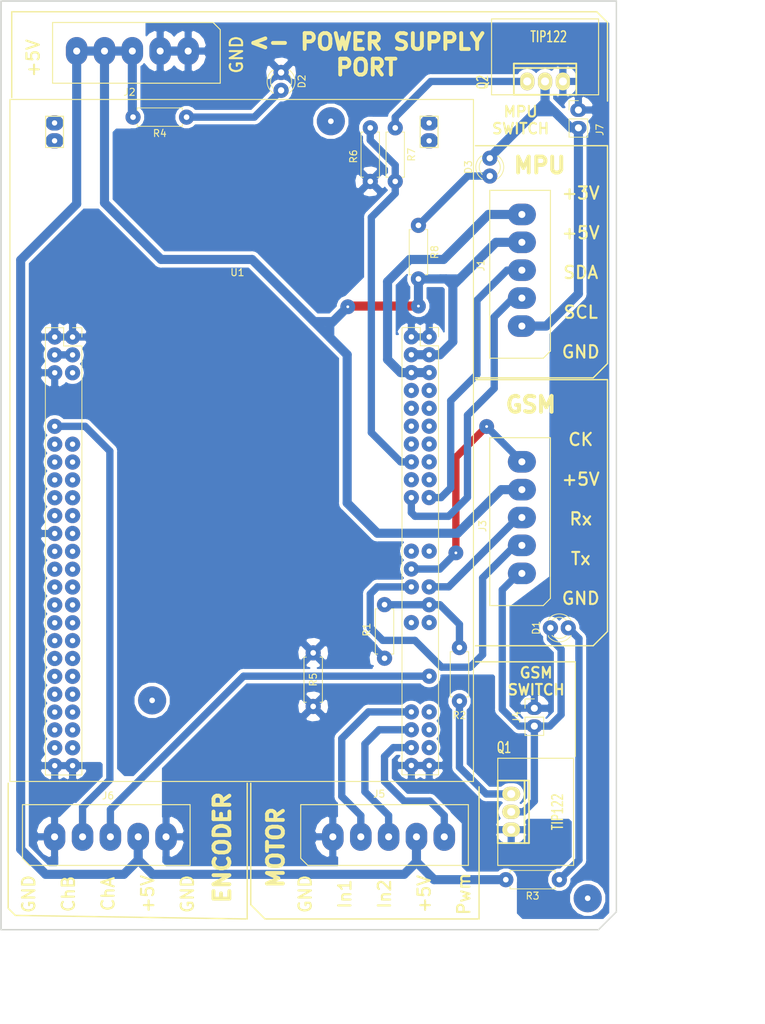
<source format=kicad_pcb>
(kicad_pcb (version 20171130) (host pcbnew "(5.0.2)-1")

  (general
    (thickness 1.6)
    (drawings 42)
    (tracks 180)
    (zones 0)
    (modules 21)
    (nets 78)
  )

  (page A4)
  (layers
    (0 F.Cu signal)
    (31 B.Cu signal)
    (32 B.Adhes user)
    (33 F.Adhes user)
    (34 B.Paste user)
    (35 F.Paste user)
    (36 B.SilkS user)
    (37 F.SilkS user)
    (38 B.Mask user)
    (39 F.Mask user)
    (40 Dwgs.User user)
    (41 Cmts.User user)
    (42 Eco1.User user)
    (43 Eco2.User user)
    (44 Edge.Cuts user)
    (45 Margin user)
    (46 B.CrtYd user)
    (47 F.CrtYd user)
    (48 B.Fab user)
    (49 F.Fab user)
  )

  (setup
    (last_trace_width 0.25)
    (trace_clearance 0.2)
    (zone_clearance 0.508)
    (zone_45_only yes)
    (trace_min 0.2)
    (segment_width 0.2)
    (edge_width 0.15)
    (via_size 0.8)
    (via_drill 0.4)
    (via_min_size 0.4)
    (via_min_drill 0.3)
    (uvia_size 0.3)
    (uvia_drill 0.1)
    (uvias_allowed no)
    (uvia_min_size 0.2)
    (uvia_min_drill 0.1)
    (pcb_text_width 0.3)
    (pcb_text_size 1.5 1.5)
    (mod_edge_width 0.15)
    (mod_text_size 1 1)
    (mod_text_width 0.15)
    (pad_size 2.303 1.954)
    (pad_drill 1)
    (pad_to_mask_clearance 0.051)
    (solder_mask_min_width 0.25)
    (aux_axis_origin 0 0)
    (visible_elements 7FFFFFFF)
    (pcbplotparams
      (layerselection 0x010fc_ffffffff)
      (usegerberextensions false)
      (usegerberattributes false)
      (usegerberadvancedattributes false)
      (creategerberjobfile false)
      (excludeedgelayer true)
      (linewidth 0.101600)
      (plotframeref false)
      (viasonmask false)
      (mode 1)
      (useauxorigin false)
      (hpglpennumber 1)
      (hpglpenspeed 20)
      (hpglpendiameter 15.000000)
      (psnegative false)
      (psa4output false)
      (plotreference true)
      (plotvalue true)
      (plotinvisibletext false)
      (padsonsilk false)
      (subtractmaskfromsilk false)
      (outputformat 1)
      (mirror false)
      (drillshape 1)
      (scaleselection 1)
      (outputdirectory "back/"))
  )

  (net 0 "")
  (net 1 +3V3)
  (net 2 +5V)
  (net 3 /I2C1_SDA)
  (net 4 /I2C1_SCL)
  (net 5 GND)
  (net 6 /USART2_TX)
  (net 7 /USART2_RX)
  (net 8 /USART2_CK)
  (net 9 /IN1)
  (net 10 /IN2)
  (net 11 /TIM8_CH1)
  (net 12 /TIM2_CH1)
  (net 13 /TIM2_CH2)
  (net 14 "Net-(Q1-Pad1)")
  (net 15 /PD4)
  (net 16 "Net-(U1-Pad54)")
  (net 17 "Net-(U1-Pad53)")
  (net 18 "Net-(U1-Pad56)")
  (net 19 "Net-(U1-Pad55)")
  (net 20 "Net-(U1-Pad58)")
  (net 21 "Net-(U1-Pad57)")
  (net 22 "Net-(U1-Pad60)")
  (net 23 "Net-(U1-Pad59)")
  (net 24 "Net-(U1-Pad62)")
  (net 25 "Net-(U1-Pad61)")
  (net 26 "Net-(U1-Pad64)")
  (net 27 "Net-(U1-Pad63)")
  (net 28 "Net-(U1-Pad66)")
  (net 29 "Net-(U1-Pad65)")
  (net 30 "Net-(U1-Pad68)")
  (net 31 "Net-(U1-Pad67)")
  (net 32 "Net-(U1-Pad70)")
  (net 33 "Net-(U1-Pad69)")
  (net 34 "Net-(U1-Pad72)")
  (net 35 "Net-(U1-Pad71)")
  (net 36 "Net-(U1-Pad74)")
  (net 37 "Net-(U1-Pad73)")
  (net 38 "Net-(U1-Pad76)")
  (net 39 "Net-(U1-Pad75)")
  (net 40 "Net-(U1-Pad77)")
  (net 41 "Net-(U1-Pad80)")
  (net 42 "Net-(U1-Pad79)")
  (net 43 "Net-(U1-Pad82)")
  (net 44 "Net-(U1-Pad81)")
  (net 45 "Net-(U1-Pad84)")
  (net 46 "Net-(U1-Pad83)")
  (net 47 "Net-(U1-Pad86)")
  (net 48 "Net-(U1-Pad85)")
  (net 49 "Net-(U1-Pad88)")
  (net 50 "Net-(U1-Pad87)")
  (net 51 "Net-(U1-Pad95)")
  (net 52 "Net-(U1-Pad97)")
  (net 53 "Net-(U1-Pad14)")
  (net 54 "Net-(U1-Pad11)")
  (net 55 "Net-(U1-Pad34)")
  (net 56 "Net-(U1-Pad10)")
  (net 57 "Net-(U1-Pad12)")
  (net 58 "Net-(U1-Pad18)")
  (net 59 "Net-(U1-Pad47)")
  (net 60 "Net-(U1-Pad33)")
  (net 61 "Net-(U1-Pad15)")
  (net 62 "Net-(U1-Pad45)")
  (net 63 "Net-(U1-Pad13)")
  (net 64 "Net-(U1-Pad43)")
  (net 65 "Net-(U1-Pad9)")
  (net 66 "Net-(U1-Pad7)")
  (net 67 "Net-(U1-Pad26)")
  (net 68 "Net-(U1-Pad25)")
  (net 69 "Net-(U1-Pad8)")
  (net 70 "Net-(U1-Pad17)")
  (net 71 "Net-(D1-Pad2)")
  (net 72 "Net-(D1-Pad1)")
  (net 73 "Net-(D2-Pad2)")
  (net 74 "Net-(Q2-Pad1)")
  (net 75 /PE2)
  (net 76 "Net-(D3-Pad2)")
  (net 77 "Net-(D3-Pad1)")

  (net_class Default "This is the default net class."
    (clearance 0.2)
    (trace_width 0.25)
    (via_dia 0.8)
    (via_drill 0.4)
    (uvia_dia 0.3)
    (uvia_drill 0.1)
  )

  (net_class Power ""
    (clearance 0.383)
    (trace_width 1.295)
    (via_dia 2.112)
    (via_drill 0.4)
    (uvia_dia 0.3)
    (uvia_drill 0.1)
    (add_net +3V3)
    (add_net +5V)
    (add_net GND)
    (add_net "Net-(D3-Pad1)")
  )

  (net_class Signals ""
    (clearance 0.383)
    (trace_width 1.041)
    (via_dia 2.112)
    (via_drill 0.4)
    (uvia_dia 0.3)
    (uvia_drill 0.1)
    (add_net /I2C1_SCL)
    (add_net /I2C1_SDA)
    (add_net /IN1)
    (add_net /IN2)
    (add_net /PD4)
    (add_net /PE2)
    (add_net /TIM2_CH1)
    (add_net /TIM2_CH2)
    (add_net /TIM8_CH1)
    (add_net /USART2_CK)
    (add_net /USART2_RX)
    (add_net /USART2_TX)
    (add_net "Net-(D1-Pad1)")
    (add_net "Net-(D1-Pad2)")
    (add_net "Net-(D2-Pad2)")
    (add_net "Net-(D3-Pad2)")
    (add_net "Net-(Q1-Pad1)")
    (add_net "Net-(Q2-Pad1)")
    (add_net "Net-(U1-Pad10)")
    (add_net "Net-(U1-Pad11)")
    (add_net "Net-(U1-Pad12)")
    (add_net "Net-(U1-Pad13)")
    (add_net "Net-(U1-Pad14)")
    (add_net "Net-(U1-Pad15)")
    (add_net "Net-(U1-Pad17)")
    (add_net "Net-(U1-Pad18)")
    (add_net "Net-(U1-Pad25)")
    (add_net "Net-(U1-Pad26)")
    (add_net "Net-(U1-Pad33)")
    (add_net "Net-(U1-Pad34)")
    (add_net "Net-(U1-Pad43)")
    (add_net "Net-(U1-Pad45)")
    (add_net "Net-(U1-Pad47)")
    (add_net "Net-(U1-Pad53)")
    (add_net "Net-(U1-Pad54)")
    (add_net "Net-(U1-Pad55)")
    (add_net "Net-(U1-Pad56)")
    (add_net "Net-(U1-Pad57)")
    (add_net "Net-(U1-Pad58)")
    (add_net "Net-(U1-Pad59)")
    (add_net "Net-(U1-Pad60)")
    (add_net "Net-(U1-Pad61)")
    (add_net "Net-(U1-Pad62)")
    (add_net "Net-(U1-Pad63)")
    (add_net "Net-(U1-Pad64)")
    (add_net "Net-(U1-Pad65)")
    (add_net "Net-(U1-Pad66)")
    (add_net "Net-(U1-Pad67)")
    (add_net "Net-(U1-Pad68)")
    (add_net "Net-(U1-Pad69)")
    (add_net "Net-(U1-Pad7)")
    (add_net "Net-(U1-Pad70)")
    (add_net "Net-(U1-Pad71)")
    (add_net "Net-(U1-Pad72)")
    (add_net "Net-(U1-Pad73)")
    (add_net "Net-(U1-Pad74)")
    (add_net "Net-(U1-Pad75)")
    (add_net "Net-(U1-Pad76)")
    (add_net "Net-(U1-Pad77)")
    (add_net "Net-(U1-Pad79)")
    (add_net "Net-(U1-Pad8)")
    (add_net "Net-(U1-Pad80)")
    (add_net "Net-(U1-Pad81)")
    (add_net "Net-(U1-Pad82)")
    (add_net "Net-(U1-Pad83)")
    (add_net "Net-(U1-Pad84)")
    (add_net "Net-(U1-Pad85)")
    (add_net "Net-(U1-Pad86)")
    (add_net "Net-(U1-Pad87)")
    (add_net "Net-(U1-Pad88)")
    (add_net "Net-(U1-Pad9)")
    (add_net "Net-(U1-Pad95)")
    (add_net "Net-(U1-Pad97)")
  )

  (module _019:devB_STM32F407VGTx locked (layer F.Cu) (tedit 5D47D829) (tstamp 5D547712)
    (at 115.57 138.938)
    (tags stm32f4)
    (path /5D42E087)
    (fp_text reference U1 (at 32.385 -72.39) (layer F.SilkS)
      (effects (font (size 1 1) (thickness 0.15)))
    )
    (fp_text value devB_STM32f407VGTx (at 33.655 -69.215) (layer F.Fab)
      (effects (font (size 1 1) (thickness 0.15)))
    )
    (fp_line (start 5.08 -90.17) (end 5.08 -94.615) (layer F.SilkS) (width 0.15))
    (fp_line (start 7.62 -90.17) (end 5.08 -90.17) (layer F.SilkS) (width 0.15))
    (fp_line (start 7.62 -94.615) (end 7.62 -90.17) (layer F.SilkS) (width 0.15))
    (fp_line (start 5.08 -94.615) (end 7.62 -94.615) (layer F.SilkS) (width 0.15))
    (fp_line (start 58.42 -90.17) (end 58.42 -94.615) (layer F.SilkS) (width 0.15))
    (fp_line (start 60.96 -90.17) (end 58.42 -90.17) (layer F.SilkS) (width 0.15))
    (fp_line (start 60.96 -94.615) (end 60.96 -90.17) (layer F.SilkS) (width 0.15))
    (fp_line (start 58.42 -94.615) (end 60.96 -94.615) (layer F.SilkS) (width 0.15))
    (fp_line (start 0 0) (end 66 0) (layer F.SilkS) (width 0.15))
    (fp_line (start 66 0) (end 66 -97) (layer F.SilkS) (width 0.15))
    (fp_line (start 0 0) (end 0 -97) (layer F.SilkS) (width 0.15))
    (fp_line (start 0 -97) (end 66 -97) (layer F.SilkS) (width 0.15))
    (fp_line (start 55.35762 -65.0333) (end 61.45762 -65.0333) (layer F.CrtYd) (width 0.05))
    (fp_line (start 55.88762 -64.5033) (end 59.96762 -64.5033) (layer F.Fab) (width 0.1))
    (fp_line (start 59.96762 -64.5033) (end 60.96762 -63.5033) (layer F.Fab) (width 0.1))
    (fp_line (start 55.88762 -1.0033) (end 55.88762 -64.5033) (layer F.Fab) (width 0.1))
    (fp_line (start 55.82762 -64.5633) (end 58.42762 -64.5633) (layer F.SilkS) (width 0.12))
    (fp_line (start 55.82762 -64.5633) (end 55.82762 -0.9433) (layer F.SilkS) (width 0.12))
    (fp_line (start 59.69762 -64.5633) (end 61.02762 -64.5633) (layer F.SilkS) (width 0.12))
    (fp_line (start 61.45762 -65.0333) (end 61.45762 -0.5333) (layer F.CrtYd) (width 0.05))
    (fp_line (start 61.45762 -0.5333) (end 55.35762 -0.5333) (layer F.CrtYd) (width 0.05))
    (fp_line (start 58.42762 -64.5633) (end 58.42762 -61.9633) (layer F.SilkS) (width 0.12))
    (fp_line (start 60.96762 -1.0033) (end 55.88762 -1.0033) (layer F.Fab) (width 0.1))
    (fp_line (start 60.96762 -63.5033) (end 60.96762 -1.0033) (layer F.Fab) (width 0.1))
    (fp_line (start 61.02762 -61.9633) (end 61.02762 -0.9433) (layer F.SilkS) (width 0.12))
    (fp_line (start 58.42762 -61.9633) (end 61.02762 -61.9633) (layer F.SilkS) (width 0.12))
    (fp_line (start 61.02762 -64.5633) (end 61.02762 -63.2333) (layer F.SilkS) (width 0.12))
    (fp_line (start 55.82762 -0.9433) (end 61.02762 -0.9433) (layer F.SilkS) (width 0.12))
    (fp_line (start 55.35762 -0.5333) (end 55.35762 -65.0333) (layer F.CrtYd) (width 0.05))
    (fp_text user %R (at 58.42762 -32.7533 90) (layer F.Fab)
      (effects (font (size 1 1) (thickness 0.15)))
    )
    (fp_line (start 5.10286 -64.48044) (end 9.18286 -64.48044) (layer F.Fab) (width 0.1))
    (fp_line (start 9.18286 -64.48044) (end 10.18286 -63.48044) (layer F.Fab) (width 0.1))
    (fp_line (start 10.18286 -63.48044) (end 10.18286 -0.98044) (layer F.Fab) (width 0.1))
    (fp_line (start 10.18286 -0.98044) (end 5.10286 -0.98044) (layer F.Fab) (width 0.1))
    (fp_line (start 5.10286 -0.98044) (end 5.10286 -64.48044) (layer F.Fab) (width 0.1))
    (fp_line (start 5.04286 -64.54044) (end 7.64286 -64.54044) (layer F.SilkS) (width 0.12))
    (fp_line (start 5.04286 -64.54044) (end 5.04286 -0.92044) (layer F.SilkS) (width 0.12))
    (fp_line (start 5.04286 -0.92044) (end 10.24286 -0.92044) (layer F.SilkS) (width 0.12))
    (fp_line (start 10.24286 -61.94044) (end 10.24286 -0.92044) (layer F.SilkS) (width 0.12))
    (fp_line (start 7.64286 -61.94044) (end 10.24286 -61.94044) (layer F.SilkS) (width 0.12))
    (fp_line (start 7.64286 -64.54044) (end 7.64286 -61.94044) (layer F.SilkS) (width 0.12))
    (fp_line (start 10.24286 -64.54044) (end 10.24286 -63.21044) (layer F.SilkS) (width 0.12))
    (fp_line (start 8.91286 -64.54044) (end 10.24286 -64.54044) (layer F.SilkS) (width 0.12))
    (fp_line (start 4.57286 -65.01044) (end 10.67286 -65.01044) (layer F.CrtYd) (width 0.05))
    (fp_line (start 10.67286 -65.01044) (end 10.67286 -0.51044) (layer F.CrtYd) (width 0.05))
    (fp_line (start 10.67286 -0.51044) (end 4.57286 -0.51044) (layer F.CrtYd) (width 0.05))
    (fp_line (start 4.57286 -0.51044) (end 4.57286 -65.01044) (layer F.CrtYd) (width 0.05))
    (fp_text user %R (at 7.64286 -32.73044 90) (layer F.Fab)
      (effects (font (size 1 1) (thickness 0.15)))
    )
    (pad 104 thru_hole oval (at 59.69 -91.1225) (size 2.54 2.159) (drill 0.762) (layers *.Cu *.Mask))
    (pad 103 thru_hole oval (at 59.69 -93.6625) (size 2.54 2.159) (drill 0.762) (layers *.Cu *.Mask))
    (pad 101 thru_hole oval (at 6.35 -91.1225) (size 2.54 2.159) (drill 0.762) (layers *.Cu *.Mask))
    (pad 102 thru_hole oval (at 6.35 -93.6625) (size 2.54 2.159) (drill 0.762) (layers *.Cu *.Mask))
    (pad 17 thru_hole oval (at 59.69762 -42.9133) (size 2.159 2.159) (drill 0.762) (layers *.Cu *.Mask)
      (net 70 "Net-(U1-Pad17)"))
    (pad 8 thru_hole oval (at 57.15762 -55.6133) (size 2.159 2.159) (drill 0.762) (layers *.Cu *.Mask)
      (net 69 "Net-(U1-Pad8)"))
    (pad 20 thru_hole oval (at 57.15762 -40.3733) (size 2.159 2.159) (drill 0.762) (layers *.Cu *.Mask)
      (net 4 /I2C1_SCL))
    (pad 25 thru_hole oval (at 59.69762 -32.7533) (size 2.159 2.159) (drill 0.762) (layers *.Cu *.Mask)
      (net 68 "Net-(U1-Pad25)"))
    (pad 26 thru_hole oval (at 57.15762 -32.7533) (size 2.159 2.159) (drill 0.762) (layers *.Cu *.Mask)
      (net 67 "Net-(U1-Pad26)"))
    (pad 29 thru_hole oval (at 59.69762 -27.6733) (size 2.159 2.159) (drill 0.762) (layers *.Cu *.Mask)
      (net 7 /USART2_RX))
    (pad 2 thru_hole oval (at 57.15762 -63.2333) (size 2.159 2.159) (drill 0.762) (layers *.Cu *.Mask)
      (net 5 GND))
    (pad 7 thru_hole oval (at 59.69762 -55.6133) (size 2.159 2.159) (drill 0.762) (layers *.Cu *.Mask)
      (net 66 "Net-(U1-Pad7)"))
    (pad 31 thru_hole oval (at 59.69762 -25.1333) (size 2.159 2.159) (drill 0.762) (layers *.Cu *.Mask)
      (net 15 /PD4))
    (pad 5 thru_hole oval (at 59.69762 -58.1533) (size 2.159 2.159) (drill 0.762) (layers *.Cu *.Mask)
      (net 1 +3V3))
    (pad 9 thru_hole oval (at 59.69762 -53.0733) (size 2.159 2.159) (drill 0.762) (layers *.Cu *.Mask)
      (net 65 "Net-(U1-Pad9)"))
    (pad 16 thru_hole oval (at 57.15762 -45.4533) (size 2.159 2.159) (drill 0.762) (layers *.Cu *.Mask)
      (net 75 /PE2))
    (pad 43 thru_hole oval (at 59.69762 -9.8933) (size 2.159 2.159) (drill 0.762) (layers *.Cu *.Mask)
      (net 64 "Net-(U1-Pad43)"))
    (pad 44 thru_hole oval (at 57.15762 -9.8933) (size 2.159 2.159) (drill 0.762) (layers *.Cu *.Mask)
      (net 9 /IN1))
    (pad 13 thru_hole oval (at 59.69762 -47.9933) (size 2.159 2.159) (drill 0.762) (layers *.Cu *.Mask)
      (net 63 "Net-(U1-Pad13)"))
    (pad 50 thru_hole oval (at 57.15762 -2.2733) (size 2.159 2.159) (drill 0.762) (layers *.Cu *.Mask)
      (net 5 GND))
    (pad 28 thru_hole oval (at 57.15762 -30.2133) (size 2.159 2.159) (drill 0.762) (layers *.Cu *.Mask)
      (net 8 /USART2_CK))
    (pad 45 thru_hole oval (at 59.69762 -7.3533) (size 2.159 2.159) (drill 0.762) (layers *.Cu *.Mask)
      (net 62 "Net-(U1-Pad45)"))
    (pad 15 thru_hole oval (at 59.69762 -45.4533) (size 2.159 2.159) (drill 0.762) (layers *.Cu *.Mask)
      (net 61 "Net-(U1-Pad15)"))
    (pad 33 thru_hole oval (at 59.69762 -22.5933) (size 2.159 2.159) (drill 0.762) (layers *.Cu *.Mask)
      (net 60 "Net-(U1-Pad33)"))
    (pad 47 thru_hole oval (at 59.69762 -4.8133) (size 2.159 2.159) (drill 0.762) (layers *.Cu *.Mask)
      (net 59 "Net-(U1-Pad47)"))
    (pad 3 thru_hole oval (at 59.69762 -60.6933) (size 2.159 2.159) (drill 0.762) (layers *.Cu *.Mask)
      (net 2 +5V))
    (pad 18 thru_hole oval (at 57.15762 -42.9133) (size 2.159 2.159) (drill 0.762) (layers *.Cu *.Mask)
      (net 58 "Net-(U1-Pad18)"))
    (pad 12 thru_hole oval (at 57.15762 -50.5333) (size 2.159 2.159) (drill 0.762) (layers *.Cu *.Mask)
      (net 57 "Net-(U1-Pad12)"))
    (pad 10 thru_hole oval (at 57.15762 -53.0733) (size 2.159 2.159) (drill 0.762) (layers *.Cu *.Mask)
      (net 56 "Net-(U1-Pad10)"))
    (pad 48 thru_hole oval (at 57.15762 -4.8133) (size 2.159 2.159) (drill 0.762) (layers *.Cu *.Mask)
      (net 11 /TIM8_CH1))
    (pad 34 thru_hole oval (at 57.15762 -22.5933) (size 2.159 2.159) (drill 0.762) (layers *.Cu *.Mask)
      (net 55 "Net-(U1-Pad34)"))
    (pad 49 thru_hole oval (at 59.69762 -2.2733) (size 2.159 2.159) (drill 0.762) (layers *.Cu *.Mask)
      (net 5 GND))
    (pad 46 thru_hole oval (at 57.15762 -7.3533) (size 2.159 2.159) (drill 0.762) (layers *.Cu *.Mask)
      (net 10 /IN2))
    (pad 1 thru_hole oval (at 59.69762 -63.2333) (size 2.159 2.159) (drill 0.762) (layers *.Cu *.Mask)
      (net 5 GND))
    (pad 19 thru_hole oval (at 59.69762 -40.3733) (size 2.159 2.159) (drill 0.762) (layers *.Cu *.Mask)
      (net 3 /I2C1_SDA))
    (pad 39 thru_hole oval (at 59.69762 -14.9733) (size 2.159 2.159) (drill 0.762) (layers *.Cu *.Mask)
      (net 12 /TIM2_CH1))
    (pad 11 thru_hole oval (at 59.69762 -50.5333) (size 2.159 2.159) (drill 0.762) (layers *.Cu *.Mask)
      (net 54 "Net-(U1-Pad11)"))
    (pad 4 thru_hole oval (at 57.15762 -60.6933) (size 2.159 2.159) (drill 0.762) (layers *.Cu *.Mask)
      (net 2 +5V))
    (pad 30 thru_hole oval (at 57.15762 -27.6733) (size 2.159 2.159) (drill 0.762) (layers *.Cu *.Mask)
      (net 6 /USART2_TX))
    (pad 14 thru_hole oval (at 57.15762 -47.9933) (size 2.159 2.159) (drill 0.762) (layers *.Cu *.Mask)
      (net 53 "Net-(U1-Pad14)"))
    (pad 6 thru_hole oval (at 57.15762 -58.1533) (size 2.159 2.159) (drill 0.762) (layers *.Cu *.Mask)
      (net 1 +3V3))
    (pad 99 thru_hole oval (at 8.91286 -63.21044) (size 2.159 2.159) (drill 0.762) (layers *.Cu *.Mask)
      (net 5 GND))
    (pad 100 thru_hole oval (at 6.37286 -63.21044) (size 2.159 2.159) (drill 0.762) (layers *.Cu *.Mask)
      (net 5 GND))
    (pad 97 thru_hole oval (at 8.91286 -60.67044) (size 2.159 2.159) (drill 0.762) (layers *.Cu *.Mask)
      (net 52 "Net-(U1-Pad97)"))
    (pad 98 thru_hole circle (at 6.37286 -60.67044) (size 2.159 2.159) (drill 0.762) (layers *.Cu *.Mask)
      (net 52 "Net-(U1-Pad97)") (zone_connect 0))
    (pad 95 thru_hole oval (at 8.91286 -58.13044) (size 2.159 2.159) (drill 0.762) (layers *.Cu *.Mask)
      (net 51 "Net-(U1-Pad95)"))
    (pad 96 thru_hole oval (at 6.37286 -58.13044) (size 2.159 2.159) (drill 0.762) (layers *.Cu *.Mask)
      (net 5 GND))
    (pad 90 thru_hole oval (at 6.37286 -50.51044) (size 2.159 2.159) (drill 0.762) (layers *.Cu *.Mask)
      (net 13 /TIM2_CH2))
    (pad 87 thru_hole oval (at 8.91286 -47.97044) (size 2.159 2.159) (drill 0.762) (layers *.Cu *.Mask)
      (net 50 "Net-(U1-Pad87)"))
    (pad 88 thru_hole oval (at 6.37286 -47.97044) (size 2.159 2.159) (drill 0.762) (layers *.Cu *.Mask)
      (net 49 "Net-(U1-Pad88)"))
    (pad 85 thru_hole oval (at 8.91286 -45.43044) (size 2.159 2.159) (drill 0.762) (layers *.Cu *.Mask)
      (net 48 "Net-(U1-Pad85)"))
    (pad 86 thru_hole oval (at 6.37286 -45.43044) (size 2.159 2.159) (drill 0.762) (layers *.Cu *.Mask)
      (net 47 "Net-(U1-Pad86)"))
    (pad 83 thru_hole oval (at 8.91286 -42.89044) (size 2.159 2.159) (drill 0.762) (layers *.Cu *.Mask)
      (net 46 "Net-(U1-Pad83)"))
    (pad 84 thru_hole oval (at 6.37286 -42.89044) (size 2.159 2.159) (drill 0.762) (layers *.Cu *.Mask)
      (net 45 "Net-(U1-Pad84)"))
    (pad 81 thru_hole oval (at 8.91286 -40.35044) (size 2.159 2.159) (drill 0.762) (layers *.Cu *.Mask)
      (net 44 "Net-(U1-Pad81)"))
    (pad 82 thru_hole oval (at 6.37286 -40.35044) (size 2.159 2.159) (drill 0.762) (layers *.Cu *.Mask)
      (net 43 "Net-(U1-Pad82)"))
    (pad 79 thru_hole oval (at 8.91286 -37.81044) (size 2.159 2.159) (drill 0.762) (layers *.Cu *.Mask)
      (net 42 "Net-(U1-Pad79)"))
    (pad 80 thru_hole oval (at 6.37286 -37.81044) (size 2.159 2.159) (drill 0.762) (layers *.Cu *.Mask)
      (net 41 "Net-(U1-Pad80)"))
    (pad 77 thru_hole oval (at 8.91286 -35.27044) (size 2.159 2.159) (drill 0.762) (layers *.Cu *.Mask)
      (net 40 "Net-(U1-Pad77)"))
    (pad 78 thru_hole oval (at 6.37286 -35.27044) (size 2.159 2.159) (drill 0.762) (layers *.Cu *.Mask)
      (net 5 GND))
    (pad 75 thru_hole oval (at 8.91286 -32.73044) (size 2.159 2.159) (drill 0.762) (layers *.Cu *.Mask)
      (net 39 "Net-(U1-Pad75)"))
    (pad 76 thru_hole oval (at 6.37286 -32.73044) (size 2.159 2.159) (drill 0.762) (layers *.Cu *.Mask)
      (net 38 "Net-(U1-Pad76)"))
    (pad 73 thru_hole oval (at 8.91286 -30.19044) (size 2.159 2.159) (drill 0.762) (layers *.Cu *.Mask)
      (net 37 "Net-(U1-Pad73)"))
    (pad 74 thru_hole oval (at 6.37286 -30.19044) (size 2.159 2.159) (drill 0.762) (layers *.Cu *.Mask)
      (net 36 "Net-(U1-Pad74)"))
    (pad 71 thru_hole oval (at 8.91286 -27.65044) (size 2.159 2.159) (drill 0.762) (layers *.Cu *.Mask)
      (net 35 "Net-(U1-Pad71)"))
    (pad 72 thru_hole oval (at 6.37286 -27.65044) (size 2.159 2.159) (drill 0.762) (layers *.Cu *.Mask)
      (net 34 "Net-(U1-Pad72)"))
    (pad 69 thru_hole oval (at 8.91286 -25.11044) (size 2.159 2.159) (drill 0.762) (layers *.Cu *.Mask)
      (net 33 "Net-(U1-Pad69)"))
    (pad 70 thru_hole oval (at 6.37286 -25.11044) (size 2.159 2.159) (drill 0.762) (layers *.Cu *.Mask)
      (net 32 "Net-(U1-Pad70)"))
    (pad 67 thru_hole oval (at 8.91286 -22.57044) (size 2.159 2.159) (drill 0.762) (layers *.Cu *.Mask)
      (net 31 "Net-(U1-Pad67)"))
    (pad 68 thru_hole oval (at 6.37286 -22.57044) (size 2.159 2.159) (drill 0.762) (layers *.Cu *.Mask)
      (net 30 "Net-(U1-Pad68)"))
    (pad 65 thru_hole oval (at 8.91286 -20.03044) (size 2.159 2.159) (drill 0.762) (layers *.Cu *.Mask)
      (net 29 "Net-(U1-Pad65)"))
    (pad 66 thru_hole oval (at 6.37286 -20.03044) (size 2.159 2.159) (drill 0.762) (layers *.Cu *.Mask)
      (net 28 "Net-(U1-Pad66)"))
    (pad 63 thru_hole oval (at 8.91286 -17.49044) (size 2.159 2.159) (drill 0.762) (layers *.Cu *.Mask)
      (net 27 "Net-(U1-Pad63)"))
    (pad 64 thru_hole oval (at 6.37286 -17.49044) (size 2.159 2.159) (drill 0.762) (layers *.Cu *.Mask)
      (net 26 "Net-(U1-Pad64)"))
    (pad 61 thru_hole oval (at 8.91286 -14.95044) (size 2.159 2.159) (drill 0.762) (layers *.Cu *.Mask)
      (net 25 "Net-(U1-Pad61)"))
    (pad 62 thru_hole oval (at 6.37286 -14.95044) (size 2.159 2.159) (drill 0.762) (layers *.Cu *.Mask)
      (net 24 "Net-(U1-Pad62)"))
    (pad 59 thru_hole oval (at 8.91286 -12.41044) (size 2.159 2.159) (drill 0.762) (layers *.Cu *.Mask)
      (net 23 "Net-(U1-Pad59)"))
    (pad 60 thru_hole oval (at 6.37286 -12.41044) (size 2.159 2.159) (drill 0.762) (layers *.Cu *.Mask)
      (net 22 "Net-(U1-Pad60)"))
    (pad 57 thru_hole oval (at 8.91286 -9.87044) (size 2.159 2.159) (drill 0.762) (layers *.Cu *.Mask)
      (net 21 "Net-(U1-Pad57)"))
    (pad 58 thru_hole oval (at 6.37286 -9.87044) (size 2.159 2.159) (drill 0.762) (layers *.Cu *.Mask)
      (net 20 "Net-(U1-Pad58)"))
    (pad 55 thru_hole oval (at 8.91286 -7.33044) (size 2.159 2.159) (drill 0.762) (layers *.Cu *.Mask)
      (net 19 "Net-(U1-Pad55)"))
    (pad 56 thru_hole oval (at 6.37286 -7.33044) (size 2.159 2.159) (drill 0.762) (layers *.Cu *.Mask)
      (net 18 "Net-(U1-Pad56)"))
    (pad 53 thru_hole oval (at 8.91286 -4.79044) (size 2.159 2.159) (drill 0.762) (layers *.Cu *.Mask)
      (net 17 "Net-(U1-Pad53)"))
    (pad 54 thru_hole oval (at 6.37286 -4.79044) (size 2.159 2.159) (drill 0.762) (layers *.Cu *.Mask)
      (net 16 "Net-(U1-Pad54)"))
    (pad 51 thru_hole oval (at 8.91286 -2.25044) (size 2.159 2.159) (drill 0.762) (layers *.Cu *.Mask)
      (net 5 GND))
    (pad 52 thru_hole oval (at 6.37286 -2.25044) (size 2.159 2.159) (drill 0.762) (layers *.Cu *.Mask)
      (net 5 GND))
    (model ${KISYS3DMOD}/Connector_PinSocket_2.54mm.3dshapes/PinSocket_2x25_P2.54mm_Vertical.wrl
      (offset (xyz 8.889999866485596 63.49999904632568 -0.6349999904632568))
      (scale (xyz 1 1 1))
      (rotate (xyz 0 0 0))
    )
    (model ${KISYS3DMOD}/Connector_PinSocket_2.54mm.3dshapes/PinSocket_2x25_P2.54mm_Vertical.wrl
      (offset (xyz 59.68999910354614 63.49999904632568 -0.6349999904632568))
      (scale (xyz 1 1 1))
      (rotate (xyz 0 0 0))
    )
    (model ${KISYS3DMOD}/Connector_PinSocket_2.54mm.3dshapes/PinSocket_1x02_P2.54mm_Vertical.wrl
      (offset (xyz 6.349999904632568 93.97999858856201 -0.6349999904632568))
      (scale (xyz 1 1 1))
      (rotate (xyz 0 0 0))
    )
    (model ${KISYS3DMOD}/Connector_PinSocket_2.54mm.3dshapes/PinSocket_1x02_P2.54mm_Vertical.wrl
      (offset (xyz 59.68999910354614 93.97999858856201 -0.6349999904632568))
      (scale (xyz 1 1 1))
      (rotate (xyz 0 0 0))
    )
  )

  (module _019:Molex_5 (layer F.Cu) (tedit 5D47D20C) (tstamp 5D5475E6)
    (at 188.468 74.168)
    (descr "Through hole straight socket strip, 1x05, 2.54mm pitch, single row (from Kicad 4.0.7), script generated")
    (tags "Through hole socket strip THT 1x05 2.54mm single row")
    (path /5D47D3B6)
    (fp_text reference J1 (at -5.842 -8.636 90) (layer F.SilkS)
      (effects (font (size 1 1) (thickness 0.15)))
    )
    (fp_text value Conn_01x05 (at -2.4892 9.525) (layer F.Fab) hide
      (effects (font (size 1 1) (thickness 0.15)))
    )
    (fp_text user %R (at 0.1524 -8.001 270) (layer F.Fab)
      (effects (font (size 1 1) (thickness 0.15)))
    )
    (fp_line (start -4.572 -19.304) (end 4.064 -19.304) (layer F.SilkS) (width 0.15))
    (fp_line (start 4.064 -19.304) (end 4.064 3.556) (layer F.SilkS) (width 0.15))
    (fp_line (start 4.064 3.556) (end 3.048 4.572) (layer F.SilkS) (width 0.15))
    (fp_line (start 3.048 4.572) (end -4.572 4.572) (layer F.SilkS) (width 0.15))
    (fp_line (start -4.572 4.572) (end -4.572 -19.304) (layer F.SilkS) (width 0.15))
    (pad 5 thru_hole oval (at 0 -15.875) (size 3.986 3.0656) (drill 1) (layers *.Cu *.Mask)
      (net 1 +3V3))
    (pad 4 thru_hole oval (at 0 -11.9126) (size 3.986 3.0656) (drill 1) (layers *.Cu *.Mask)
      (net 2 +5V))
    (pad 3 thru_hole oval (at 0 -7.9502) (size 3.986 3.0656) (drill 1) (layers *.Cu *.Mask)
      (net 3 /I2C1_SDA))
    (pad 2 thru_hole oval (at 0 -3.9878) (size 3.986 3.0656) (drill 1) (layers *.Cu *.Mask)
      (net 4 /I2C1_SCL))
    (pad 1 thru_hole oval (at 0 0) (size 3.986 3.0656) (drill 1) (layers *.Cu *.Mask)
      (net 77 "Net-(D3-Pad1)"))
    (model ${KISYS3DMOD}/Connector_PinSocket_2.54mm.3dshapes/PinSocket_1x05_P2.54mm_Vertical.wrl
      (offset (xyz 0 12.69999980926514 0))
      (scale (xyz 1 1 1))
      (rotate (xyz 0 0 0))
    )
  )

  (module _019:Molex_5 (layer F.Cu) (tedit 5D47D20C) (tstamp 5D5475F5)
    (at 140.9446 35.052 90)
    (descr "Through hole straight socket strip, 1x05, 2.54mm pitch, single row (from Kicad 4.0.7), script generated")
    (tags "Through hole socket strip THT 1x05 2.54mm single row")
    (path /5D47C7B4)
    (fp_text reference J2 (at -5.842 -8.3566 180) (layer F.SilkS)
      (effects (font (size 1 1) (thickness 0.15)))
    )
    (fp_text value Conn_01x05 (at -2.4892 9.525 90) (layer F.Fab) hide
      (effects (font (size 1 1) (thickness 0.15)))
    )
    (fp_text user %R (at 0.1524 -8.001) (layer F.Fab)
      (effects (font (size 1 1) (thickness 0.15)))
    )
    (fp_line (start -4.572 -19.304) (end 4.064 -19.304) (layer F.SilkS) (width 0.15))
    (fp_line (start 4.064 -19.304) (end 4.064 3.556) (layer F.SilkS) (width 0.15))
    (fp_line (start 4.064 3.556) (end 3.048 4.572) (layer F.SilkS) (width 0.15))
    (fp_line (start 3.048 4.572) (end -4.572 4.572) (layer F.SilkS) (width 0.15))
    (fp_line (start -4.572 4.572) (end -4.572 -19.304) (layer F.SilkS) (width 0.15))
    (pad 5 thru_hole oval (at 0 -15.875 90) (size 3.986 3.0656) (drill 1) (layers *.Cu *.Mask)
      (net 2 +5V))
    (pad 4 thru_hole oval (at 0 -11.9126 90) (size 3.986 3.0656) (drill 1) (layers *.Cu *.Mask)
      (net 2 +5V))
    (pad 3 thru_hole oval (at 0 -7.9502 90) (size 3.986 3.0656) (drill 1) (layers *.Cu *.Mask)
      (net 2 +5V))
    (pad 2 thru_hole oval (at 0 -3.9878 90) (size 3.986 3.0656) (drill 1) (layers *.Cu *.Mask)
      (net 5 GND))
    (pad 1 thru_hole oval (at 0 0 90) (size 3.986 3.0656) (drill 1) (layers *.Cu *.Mask)
      (net 5 GND))
    (model ${KISYS3DMOD}/Connector_PinSocket_2.54mm.3dshapes/PinSocket_1x05_P2.54mm_Vertical.wrl
      (offset (xyz 0 12.69999980926514 0))
      (scale (xyz 1 1 1))
      (rotate (xyz 0 0 0))
    )
  )

  (module _019:Molex_5 (layer F.Cu) (tedit 5D47D20C) (tstamp 5D547604)
    (at 188.468 109.347)
    (descr "Through hole straight socket strip, 1x05, 2.54mm pitch, single row (from Kicad 4.0.7), script generated")
    (tags "Through hole socket strip THT 1x05 2.54mm single row")
    (path /5D47C81A)
    (fp_text reference J3 (at -5.588 -6.731 90) (layer F.SilkS)
      (effects (font (size 1 1) (thickness 0.15)))
    )
    (fp_text value Conn_01x05 (at -2.4892 9.525) (layer F.Fab) hide
      (effects (font (size 1 1) (thickness 0.15)))
    )
    (fp_line (start -4.572 4.572) (end -4.572 -19.304) (layer F.SilkS) (width 0.15))
    (fp_line (start 3.048 4.572) (end -4.572 4.572) (layer F.SilkS) (width 0.15))
    (fp_line (start 4.064 3.556) (end 3.048 4.572) (layer F.SilkS) (width 0.15))
    (fp_line (start 4.064 -19.304) (end 4.064 3.556) (layer F.SilkS) (width 0.15))
    (fp_line (start -4.572 -19.304) (end 4.064 -19.304) (layer F.SilkS) (width 0.15))
    (fp_text user %R (at 0.1524 -8.001 270) (layer F.Fab)
      (effects (font (size 1 1) (thickness 0.15)))
    )
    (pad 1 thru_hole oval (at 0 0) (size 3.986 3.0656) (drill 1) (layers *.Cu *.Mask)
      (net 72 "Net-(D1-Pad1)"))
    (pad 2 thru_hole oval (at 0 -3.9878) (size 3.986 3.0656) (drill 1) (layers *.Cu *.Mask)
      (net 6 /USART2_TX))
    (pad 3 thru_hole oval (at 0 -7.9502) (size 3.986 3.0656) (drill 1) (layers *.Cu *.Mask)
      (net 7 /USART2_RX))
    (pad 4 thru_hole oval (at 0 -11.9126) (size 3.986 3.0656) (drill 1) (layers *.Cu *.Mask)
      (net 2 +5V))
    (pad 5 thru_hole oval (at 0 -15.875) (size 3.986 3.0656) (drill 1) (layers *.Cu *.Mask)
      (net 8 /USART2_CK))
    (model ${KISYS3DMOD}/Connector_PinSocket_2.54mm.3dshapes/PinSocket_1x05_P2.54mm_Vertical.wrl
      (offset (xyz 0 12.69999980926514 0))
      (scale (xyz 1 1 1))
      (rotate (xyz 0 0 0))
    )
  )

  (module Connector_PinHeader_2.54mm:PinHeader_1x02_P2.54mm_Vertical (layer F.Cu) (tedit 5D47D339) (tstamp 5D54761A)
    (at 190.246 128.524)
    (descr "Through hole straight pin header, 1x02, 2.54mm pitch, single row")
    (tags "Through hole pin header THT 1x02 2.54mm single row")
    (path /5D4BA754)
    (fp_text reference J4 (at -2.54 1.27 90) (layer F.SilkS)
      (effects (font (size 1 1) (thickness 0.15)))
    )
    (fp_text value Conn_01x02_Male (at 0 4.87) (layer F.Fab)
      (effects (font (size 1 1) (thickness 0.15)))
    )
    (fp_line (start -0.635 -1.27) (end 1.27 -1.27) (layer F.Fab) (width 0.1))
    (fp_line (start 1.27 -1.27) (end 1.27 3.81) (layer F.Fab) (width 0.1))
    (fp_line (start 1.27 3.81) (end -1.27 3.81) (layer F.Fab) (width 0.1))
    (fp_line (start -1.27 3.81) (end -1.27 -0.635) (layer F.Fab) (width 0.1))
    (fp_line (start -1.27 -0.635) (end -0.635 -1.27) (layer F.Fab) (width 0.1))
    (fp_line (start -1.33 3.87) (end 1.33 3.87) (layer F.SilkS) (width 0.12))
    (fp_line (start -1.33 1.27) (end -1.33 3.87) (layer F.SilkS) (width 0.12))
    (fp_line (start 1.33 1.27) (end 1.33 3.87) (layer F.SilkS) (width 0.12))
    (fp_line (start -1.33 1.27) (end 1.33 1.27) (layer F.SilkS) (width 0.12))
    (fp_line (start -1.33 0) (end -1.33 -1.33) (layer F.SilkS) (width 0.12))
    (fp_line (start -1.33 -1.33) (end 0 -1.33) (layer F.SilkS) (width 0.12))
    (fp_line (start -1.8 -1.8) (end -1.8 4.35) (layer F.CrtYd) (width 0.05))
    (fp_line (start -1.8 4.35) (end 1.8 4.35) (layer F.CrtYd) (width 0.05))
    (fp_line (start 1.8 4.35) (end 1.8 -1.8) (layer F.CrtYd) (width 0.05))
    (fp_line (start 1.8 -1.8) (end -1.8 -1.8) (layer F.CrtYd) (width 0.05))
    (fp_text user %R (at 0 1.27 90) (layer F.Fab)
      (effects (font (size 1 1) (thickness 0.15)))
    )
    (pad 1 thru_hole oval (at 0 0) (size 2.286 1.905) (drill 1) (layers *.Cu *.Mask)
      (net 5 GND))
    (pad 2 thru_hole oval (at 0 2.54) (size 2.286 1.905) (drill 1) (layers *.Cu *.Mask)
      (net 72 "Net-(D1-Pad1)"))
    (model ${KISYS3DMOD}/Connector_PinHeader_2.54mm.3dshapes/PinHeader_1x02_P2.54mm_Vertical.wrl
      (at (xyz 0 0 0))
      (scale (xyz 1 1 1))
      (rotate (xyz 0 0 0))
    )
  )

  (module _019:Molex_5 (layer F.Cu) (tedit 5D47D20C) (tstamp 5D547629)
    (at 161.544 146.812 270)
    (descr "Through hole straight socket strip, 1x05, 2.54mm pitch, single row (from Kicad 4.0.7), script generated")
    (tags "Through hole socket strip THT 1x05 2.54mm single row")
    (path /5D47F63C)
    (fp_text reference J5 (at -6.096 -6.604) (layer F.SilkS)
      (effects (font (size 1 1) (thickness 0.15)))
    )
    (fp_text value Conn_01x05 (at -2.4892 9.525 270) (layer F.Fab) hide
      (effects (font (size 1 1) (thickness 0.15)))
    )
    (fp_line (start -4.572 4.572) (end -4.572 -19.304) (layer F.SilkS) (width 0.15))
    (fp_line (start 3.048 4.572) (end -4.572 4.572) (layer F.SilkS) (width 0.15))
    (fp_line (start 4.064 3.556) (end 3.048 4.572) (layer F.SilkS) (width 0.15))
    (fp_line (start 4.064 -19.304) (end 4.064 3.556) (layer F.SilkS) (width 0.15))
    (fp_line (start -4.572 -19.304) (end 4.064 -19.304) (layer F.SilkS) (width 0.15))
    (fp_text user %R (at 0.1524 -8.001 180) (layer F.Fab)
      (effects (font (size 1 1) (thickness 0.15)))
    )
    (pad 1 thru_hole oval (at 0 0 270) (size 3.986 3.0656) (drill 1) (layers *.Cu *.Mask)
      (net 5 GND))
    (pad 2 thru_hole oval (at 0 -3.9878 270) (size 3.986 3.0656) (drill 1) (layers *.Cu *.Mask)
      (net 9 /IN1))
    (pad 3 thru_hole oval (at 0 -7.9502 270) (size 3.986 3.0656) (drill 1) (layers *.Cu *.Mask)
      (net 10 /IN2))
    (pad 4 thru_hole oval (at 0 -11.9126 270) (size 3.986 3.0656) (drill 1) (layers *.Cu *.Mask)
      (net 2 +5V))
    (pad 5 thru_hole oval (at 0 -15.875 270) (size 3.986 3.0656) (drill 1) (layers *.Cu *.Mask)
      (net 11 /TIM8_CH1))
    (model ${KISYS3DMOD}/Connector_PinSocket_2.54mm.3dshapes/PinSocket_1x05_P2.54mm_Vertical.wrl
      (offset (xyz 0 12.69999980926514 0))
      (scale (xyz 1 1 1))
      (rotate (xyz 0 0 0))
    )
  )

  (module _019:Molex_5 (layer F.Cu) (tedit 5D47D20C) (tstamp 5D547638)
    (at 121.92 146.812 270)
    (descr "Through hole straight socket strip, 1x05, 2.54mm pitch, single row (from Kicad 4.0.7), script generated")
    (tags "Through hole socket strip THT 1x05 2.54mm single row")
    (path /5D47FB5B)
    (fp_text reference J6 (at -5.842 -7.62) (layer F.SilkS)
      (effects (font (size 1 1) (thickness 0.15)))
    )
    (fp_text value Conn_01x05 (at -2.4892 9.525 270) (layer F.Fab) hide
      (effects (font (size 1 1) (thickness 0.15)))
    )
    (fp_text user %R (at 0.1524 -8.001 180) (layer F.Fab)
      (effects (font (size 1 1) (thickness 0.15)))
    )
    (fp_line (start -4.572 -19.304) (end 4.064 -19.304) (layer F.SilkS) (width 0.15))
    (fp_line (start 4.064 -19.304) (end 4.064 3.556) (layer F.SilkS) (width 0.15))
    (fp_line (start 4.064 3.556) (end 3.048 4.572) (layer F.SilkS) (width 0.15))
    (fp_line (start 3.048 4.572) (end -4.572 4.572) (layer F.SilkS) (width 0.15))
    (fp_line (start -4.572 4.572) (end -4.572 -19.304) (layer F.SilkS) (width 0.15))
    (pad 5 thru_hole oval (at 0 -15.875 270) (size 3.986 3.0656) (drill 1) (layers *.Cu *.Mask)
      (net 5 GND))
    (pad 4 thru_hole oval (at 0 -11.9126 270) (size 3.986 3.0656) (drill 1) (layers *.Cu *.Mask)
      (net 2 +5V))
    (pad 3 thru_hole oval (at 0 -7.9502 270) (size 3.986 3.0656) (drill 1) (layers *.Cu *.Mask)
      (net 12 /TIM2_CH1))
    (pad 2 thru_hole oval (at 0 -3.9878 270) (size 3.986 3.0656) (drill 1) (layers *.Cu *.Mask)
      (net 13 /TIM2_CH2))
    (pad 1 thru_hole oval (at 0 0 270) (size 3.986 3.0656) (drill 1) (layers *.Cu *.Mask)
      (net 5 GND))
    (model ${KISYS3DMOD}/Connector_PinSocket_2.54mm.3dshapes/PinSocket_1x05_P2.54mm_Vertical.wrl
      (offset (xyz 0 12.69999980926514 0))
      (scale (xyz 1 1 1))
      (rotate (xyz 0 0 0))
    )
  )

  (module _018:LM78_heatsink (layer F.Cu) (tedit 5A3101B8) (tstamp 5D54764A)
    (at 186.944 143.256)
    (descr "Regulateur TO220 serie LM78xx")
    (tags "TR TO220")
    (path /5D4A7517)
    (fp_text reference Q1 (at -1.016 -9.144 180) (layer F.SilkS)
      (effects (font (size 1.524 1.016) (thickness 0.2032)))
    )
    (fp_text value TIP122 (at 6.604 0 90) (layer F.SilkS)
      (effects (font (size 1.524 1.016) (thickness 0.2032)))
    )
    (fp_line (start -1.905 -7.62) (end 8.89 -7.62) (layer F.SilkS) (width 0.15))
    (fp_line (start 8.89 -7.62) (end 8.89 7.62) (layer F.SilkS) (width 0.15))
    (fp_line (start 8.89 7.62) (end -1.905 7.62) (layer F.SilkS) (width 0.15))
    (fp_line (start -1.905 7.62) (end -1.905 -7.62) (layer F.SilkS) (width 0.15))
    (fp_line (start 1.905 -4.445) (end 2.54 -4.445) (layer F.SilkS) (width 0.254))
    (fp_line (start 2.54 -4.445) (end 2.54 4.445) (layer F.SilkS) (width 0.254))
    (fp_line (start 2.54 4.445) (end 1.905 4.445) (layer F.SilkS) (width 0.254))
    (fp_line (start -1.905 -4.445) (end 1.905 -4.445) (layer F.SilkS) (width 0.254))
    (fp_line (start 1.905 -4.445) (end 1.905 4.445) (layer F.SilkS) (width 0.254))
    (fp_line (start 1.905 4.445) (end -1.905 4.445) (layer F.SilkS) (width 0.254))
    (fp_line (start -1.905 4.445) (end -1.905 -4.445) (layer F.SilkS) (width 0.254))
    (pad 1 thru_hole oval (at 0 -2.54) (size 2.54 2.032) (drill 1.143) (layers *.Cu *.Mask F.SilkS)
      (net 14 "Net-(Q1-Pad1)"))
    (pad 2 thru_hole oval (at 0 0) (size 2.54 2.032) (drill 1.143) (layers *.Cu *.Mask F.SilkS)
      (net 72 "Net-(D1-Pad1)"))
    (pad 3 thru_hole oval (at 0 2.54) (size 2.54 2.032) (drill 1.143) (layers *.Cu *.Mask F.SilkS)
      (net 5 GND))
    (model ${KICAD_CUSTOM}/_3D/NO_IP_3Ds/TO_SO/to220_std_5770.wrl
      (at (xyz 0 0 0))
      (scale (xyz 1 1 1))
      (rotate (xyz 0 0 90))
    )
  )

  (module _018:Res_Small (layer F.Cu) (tedit 5B3139D2) (tstamp 5D547660)
    (at 168.91 113.792 270)
    (descr "Resistor, Axial_DIN0207 series, Axial, Horizontal, pin pitch=7.62mm, 0.25W = 1/4W, length*diameter=6.3*2.5mm^2, http://cdn-reichelt.de/documents/datenblatt/B400/1_4W%23YAG.pdf")
    (tags "Resistor Axial_DIN0207 series Axial Horizontal pin pitch 7.62mm 0.25W = 1/4W length 6.3mm diameter 2.5mm")
    (path /5D4AA338)
    (fp_text reference R1 (at 3.556 2.54 270) (layer F.SilkS)
      (effects (font (size 1 1) (thickness 0.15)))
    )
    (fp_text value R (at 3.81 2.31 270) (layer F.Fab)
      (effects (font (size 1 1) (thickness 0.15)))
    )
    (fp_line (start 0.66 -1.25) (end 0.66 1.25) (layer F.Fab) (width 0.1))
    (fp_line (start 0.66 1.25) (end 6.96 1.25) (layer F.Fab) (width 0.1))
    (fp_line (start 6.96 1.25) (end 6.96 -1.25) (layer F.Fab) (width 0.1))
    (fp_line (start 6.96 -1.25) (end 0.66 -1.25) (layer F.Fab) (width 0.1))
    (fp_line (start 0 0) (end 0.66 0) (layer F.Fab) (width 0.1))
    (fp_line (start 7.62 0) (end 6.96 0) (layer F.Fab) (width 0.1))
    (fp_line (start 0.6 -0.98) (end 0.6 -1.31) (layer F.SilkS) (width 0.12))
    (fp_line (start 0.6 -1.31) (end 7.02 -1.31) (layer F.SilkS) (width 0.12))
    (fp_line (start 7.02 -1.31) (end 7.02 -0.98) (layer F.SilkS) (width 0.12))
    (fp_line (start 0.6 0.98) (end 0.6 1.31) (layer F.SilkS) (width 0.12))
    (fp_line (start 0.6 1.31) (end 7.02 1.31) (layer F.SilkS) (width 0.12))
    (fp_line (start 7.02 1.31) (end 7.02 0.98) (layer F.SilkS) (width 0.12))
    (fp_line (start -1.05 -1.6) (end -1.05 1.6) (layer F.CrtYd) (width 0.05))
    (fp_line (start -1.05 1.6) (end 8.7 1.6) (layer F.CrtYd) (width 0.05))
    (fp_line (start 8.7 1.6) (end 8.7 -1.6) (layer F.CrtYd) (width 0.05))
    (fp_line (start 8.7 -1.6) (end -1.05 -1.6) (layer F.CrtYd) (width 0.05))
    (pad 1 thru_hole circle (at 0 0 270) (size 2.159 2.159) (drill 0.8) (layers *.Cu *.Mask)
      (net 15 /PD4))
    (pad 2 thru_hole circle (at 7.62 0 270) (size 2.159 2.159) (drill 0.8) (layers *.Cu *.Mask)
      (net 5 GND))
    (model ${KISYS3DMOD}/Resistor_THT.3dshapes/R_Axial_DIN0207_L6.3mm_D2.5mm_P7.62mm_Horizontal.wrl
      (at (xyz 0 0 0))
      (scale (xyz 1 1 1))
      (rotate (xyz 0 0 0))
    )
  )

  (module _018:Res_Small (layer F.Cu) (tedit 5B3139D2) (tstamp 5D547676)
    (at 179.578 127.508 90)
    (descr "Resistor, Axial_DIN0207 series, Axial, Horizontal, pin pitch=7.62mm, 0.25W = 1/4W, length*diameter=6.3*2.5mm^2, http://cdn-reichelt.de/documents/datenblatt/B400/1_4W%23YAG.pdf")
    (tags "Resistor Axial_DIN0207 series Axial Horizontal pin pitch 7.62mm 0.25W = 1/4W length 6.3mm diameter 2.5mm")
    (path /5D4AA2C2)
    (fp_text reference R2 (at -2.032 0 180) (layer F.SilkS)
      (effects (font (size 1 1) (thickness 0.15)))
    )
    (fp_text value R (at 3.81 2.31 90) (layer F.Fab)
      (effects (font (size 1 1) (thickness 0.15)))
    )
    (fp_line (start 8.7 -1.6) (end -1.05 -1.6) (layer F.CrtYd) (width 0.05))
    (fp_line (start 8.7 1.6) (end 8.7 -1.6) (layer F.CrtYd) (width 0.05))
    (fp_line (start -1.05 1.6) (end 8.7 1.6) (layer F.CrtYd) (width 0.05))
    (fp_line (start -1.05 -1.6) (end -1.05 1.6) (layer F.CrtYd) (width 0.05))
    (fp_line (start 7.02 1.31) (end 7.02 0.98) (layer F.SilkS) (width 0.12))
    (fp_line (start 0.6 1.31) (end 7.02 1.31) (layer F.SilkS) (width 0.12))
    (fp_line (start 0.6 0.98) (end 0.6 1.31) (layer F.SilkS) (width 0.12))
    (fp_line (start 7.02 -1.31) (end 7.02 -0.98) (layer F.SilkS) (width 0.12))
    (fp_line (start 0.6 -1.31) (end 7.02 -1.31) (layer F.SilkS) (width 0.12))
    (fp_line (start 0.6 -0.98) (end 0.6 -1.31) (layer F.SilkS) (width 0.12))
    (fp_line (start 7.62 0) (end 6.96 0) (layer F.Fab) (width 0.1))
    (fp_line (start 0 0) (end 0.66 0) (layer F.Fab) (width 0.1))
    (fp_line (start 6.96 -1.25) (end 0.66 -1.25) (layer F.Fab) (width 0.1))
    (fp_line (start 6.96 1.25) (end 6.96 -1.25) (layer F.Fab) (width 0.1))
    (fp_line (start 0.66 1.25) (end 6.96 1.25) (layer F.Fab) (width 0.1))
    (fp_line (start 0.66 -1.25) (end 0.66 1.25) (layer F.Fab) (width 0.1))
    (pad 2 thru_hole circle (at 7.62 0 90) (size 2.159 2.159) (drill 0.8) (layers *.Cu *.Mask)
      (net 15 /PD4))
    (pad 1 thru_hole circle (at 0 0 90) (size 2.159 2.159) (drill 0.8) (layers *.Cu *.Mask)
      (net 14 "Net-(Q1-Pad1)"))
    (model ${KISYS3DMOD}/Resistor_THT.3dshapes/R_Axial_DIN0207_L6.3mm_D2.5mm_P7.62mm_Horizontal.wrl
      (at (xyz 0 0 0))
      (scale (xyz 1 1 1))
      (rotate (xyz 0 0 0))
    )
  )

  (module _018:LED_D3.0mm (layer F.Cu) (tedit 5C572199) (tstamp 5D60F9AA)
    (at 192.532 117.094)
    (descr "LED, diameter 3.0mm, 2 pins")
    (tags "LED diameter 3.0mm 2 pins")
    (path /5D4F6C34)
    (fp_text reference D1 (at -2.032 0 90) (layer F.SilkS)
      (effects (font (size 1 1) (thickness 0.15)))
    )
    (fp_text value LED (at 1.27 2.96) (layer F.Fab)
      (effects (font (size 1 1) (thickness 0.15)))
    )
    (fp_line (start 3.7 -2.25) (end -1.15 -2.25) (layer F.CrtYd) (width 0.05))
    (fp_line (start 3.7 2.25) (end 3.7 -2.25) (layer F.CrtYd) (width 0.05))
    (fp_line (start -1.15 2.25) (end 3.7 2.25) (layer F.CrtYd) (width 0.05))
    (fp_line (start -1.15 -2.25) (end -1.15 2.25) (layer F.CrtYd) (width 0.05))
    (fp_line (start -0.29 1.08) (end -0.29 1.236) (layer F.SilkS) (width 0.12))
    (fp_line (start -0.29 -1.236) (end -0.29 -1.08) (layer F.SilkS) (width 0.12))
    (fp_line (start -0.23 -1.16619) (end -0.23 1.16619) (layer F.Fab) (width 0.1))
    (fp_circle (center 1.27 0) (end 2.77 0) (layer F.Fab) (width 0.1))
    (fp_arc (start 1.27 0) (end 0.229039 1.08) (angle -87.9) (layer F.SilkS) (width 0.12))
    (fp_arc (start 1.27 0) (end 0.229039 -1.08) (angle 87.9) (layer F.SilkS) (width 0.12))
    (fp_arc (start 1.27 0) (end -0.29 1.235516) (angle -108.8) (layer F.SilkS) (width 0.12))
    (fp_arc (start 1.27 0) (end -0.29 -1.235516) (angle 108.8) (layer F.SilkS) (width 0.12))
    (fp_arc (start 1.27 0) (end -0.23 -1.16619) (angle 284.3) (layer F.Fab) (width 0.1))
    (pad 2 thru_hole circle (at 2.54 0) (size 2.159 2.159) (drill 0.9) (layers *.Cu *.Mask)
      (net 71 "Net-(D1-Pad2)"))
    (pad 1 thru_hole circle (at 0 0) (size 2.159 2.159) (drill 0.9) (layers *.Cu *.Mask)
      (net 72 "Net-(D1-Pad1)"))
    (model ${KISYS3DMOD}/LED_THT.3dshapes/LED_D3.0mm.step
      (offset (xyz 0 0 -3.174999952316284))
      (scale (xyz 1 1 1))
      (rotate (xyz 0 0 0))
    )
  )

  (module _018:LED_D3.0mm (layer F.Cu) (tedit 5C572199) (tstamp 5D60F9BD)
    (at 154.178 38.1 270)
    (descr "LED, diameter 3.0mm, 2 pins")
    (tags "LED diameter 3.0mm 2 pins")
    (path /5D4FE038)
    (fp_text reference D2 (at 1.27 -2.96 270) (layer F.SilkS)
      (effects (font (size 1 1) (thickness 0.15)))
    )
    (fp_text value LED (at 1.27 2.96 270) (layer F.Fab)
      (effects (font (size 1 1) (thickness 0.15)))
    )
    (fp_arc (start 1.27 0) (end -0.23 -1.16619) (angle 284.3) (layer F.Fab) (width 0.1))
    (fp_arc (start 1.27 0) (end -0.29 -1.235516) (angle 108.8) (layer F.SilkS) (width 0.12))
    (fp_arc (start 1.27 0) (end -0.29 1.235516) (angle -108.8) (layer F.SilkS) (width 0.12))
    (fp_arc (start 1.27 0) (end 0.229039 -1.08) (angle 87.9) (layer F.SilkS) (width 0.12))
    (fp_arc (start 1.27 0) (end 0.229039 1.08) (angle -87.9) (layer F.SilkS) (width 0.12))
    (fp_circle (center 1.27 0) (end 2.77 0) (layer F.Fab) (width 0.1))
    (fp_line (start -0.23 -1.16619) (end -0.23 1.16619) (layer F.Fab) (width 0.1))
    (fp_line (start -0.29 -1.236) (end -0.29 -1.08) (layer F.SilkS) (width 0.12))
    (fp_line (start -0.29 1.08) (end -0.29 1.236) (layer F.SilkS) (width 0.12))
    (fp_line (start -1.15 -2.25) (end -1.15 2.25) (layer F.CrtYd) (width 0.05))
    (fp_line (start -1.15 2.25) (end 3.7 2.25) (layer F.CrtYd) (width 0.05))
    (fp_line (start 3.7 2.25) (end 3.7 -2.25) (layer F.CrtYd) (width 0.05))
    (fp_line (start 3.7 -2.25) (end -1.15 -2.25) (layer F.CrtYd) (width 0.05))
    (pad 1 thru_hole circle (at 0 0 270) (size 2.159 2.159) (drill 0.9) (layers *.Cu *.Mask)
      (net 5 GND))
    (pad 2 thru_hole circle (at 2.54 0 270) (size 2.159 2.159) (drill 0.9) (layers *.Cu *.Mask)
      (net 73 "Net-(D2-Pad2)"))
    (model ${KISYS3DMOD}/LED_THT.3dshapes/LED_D3.0mm.step
      (offset (xyz 0 0 -3.174999952316284))
      (scale (xyz 1 1 1))
      (rotate (xyz 0 0 0))
    )
  )

  (module _018:Res_Small (layer F.Cu) (tedit 5B3139D2) (tstamp 5D60F9D3)
    (at 193.802 152.908 180)
    (descr "Resistor, Axial_DIN0207 series, Axial, Horizontal, pin pitch=7.62mm, 0.25W = 1/4W, length*diameter=6.3*2.5mm^2, http://cdn-reichelt.de/documents/datenblatt/B400/1_4W%23YAG.pdf")
    (tags "Resistor Axial_DIN0207 series Axial Horizontal pin pitch 7.62mm 0.25W = 1/4W length 6.3mm diameter 2.5mm")
    (path /5D4F6BAF)
    (fp_text reference R3 (at 3.81 -2.31 180) (layer F.SilkS)
      (effects (font (size 1 1) (thickness 0.15)))
    )
    (fp_text value R (at 3.81 2.31 180) (layer F.Fab)
      (effects (font (size 1 1) (thickness 0.15)))
    )
    (fp_line (start 8.7 -1.6) (end -1.05 -1.6) (layer F.CrtYd) (width 0.05))
    (fp_line (start 8.7 1.6) (end 8.7 -1.6) (layer F.CrtYd) (width 0.05))
    (fp_line (start -1.05 1.6) (end 8.7 1.6) (layer F.CrtYd) (width 0.05))
    (fp_line (start -1.05 -1.6) (end -1.05 1.6) (layer F.CrtYd) (width 0.05))
    (fp_line (start 7.02 1.31) (end 7.02 0.98) (layer F.SilkS) (width 0.12))
    (fp_line (start 0.6 1.31) (end 7.02 1.31) (layer F.SilkS) (width 0.12))
    (fp_line (start 0.6 0.98) (end 0.6 1.31) (layer F.SilkS) (width 0.12))
    (fp_line (start 7.02 -1.31) (end 7.02 -0.98) (layer F.SilkS) (width 0.12))
    (fp_line (start 0.6 -1.31) (end 7.02 -1.31) (layer F.SilkS) (width 0.12))
    (fp_line (start 0.6 -0.98) (end 0.6 -1.31) (layer F.SilkS) (width 0.12))
    (fp_line (start 7.62 0) (end 6.96 0) (layer F.Fab) (width 0.1))
    (fp_line (start 0 0) (end 0.66 0) (layer F.Fab) (width 0.1))
    (fp_line (start 6.96 -1.25) (end 0.66 -1.25) (layer F.Fab) (width 0.1))
    (fp_line (start 6.96 1.25) (end 6.96 -1.25) (layer F.Fab) (width 0.1))
    (fp_line (start 0.66 1.25) (end 6.96 1.25) (layer F.Fab) (width 0.1))
    (fp_line (start 0.66 -1.25) (end 0.66 1.25) (layer F.Fab) (width 0.1))
    (pad 2 thru_hole circle (at 7.62 0 180) (size 2.159 2.159) (drill 0.8) (layers *.Cu *.Mask)
      (net 2 +5V))
    (pad 1 thru_hole circle (at 0 0 180) (size 2.159 2.159) (drill 0.8) (layers *.Cu *.Mask)
      (net 71 "Net-(D1-Pad2)"))
    (model ${KISYS3DMOD}/Resistor_THT.3dshapes/R_Axial_DIN0207_L6.3mm_D2.5mm_P7.62mm_Horizontal.wrl
      (at (xyz 0 0 0))
      (scale (xyz 1 1 1))
      (rotate (xyz 0 0 0))
    )
  )

  (module _018:Res_Small (layer F.Cu) (tedit 5B3139D2) (tstamp 5D60F9E9)
    (at 140.716 44.45 180)
    (descr "Resistor, Axial_DIN0207 series, Axial, Horizontal, pin pitch=7.62mm, 0.25W = 1/4W, length*diameter=6.3*2.5mm^2, http://cdn-reichelt.de/documents/datenblatt/B400/1_4W%23YAG.pdf")
    (tags "Resistor Axial_DIN0207 series Axial Horizontal pin pitch 7.62mm 0.25W = 1/4W length 6.3mm diameter 2.5mm")
    (path /5D4FE031)
    (fp_text reference R4 (at 3.81 -2.31 180) (layer F.SilkS)
      (effects (font (size 1 1) (thickness 0.15)))
    )
    (fp_text value R (at 3.81 2.31 180) (layer F.Fab)
      (effects (font (size 1 1) (thickness 0.15)))
    )
    (fp_line (start 0.66 -1.25) (end 0.66 1.25) (layer F.Fab) (width 0.1))
    (fp_line (start 0.66 1.25) (end 6.96 1.25) (layer F.Fab) (width 0.1))
    (fp_line (start 6.96 1.25) (end 6.96 -1.25) (layer F.Fab) (width 0.1))
    (fp_line (start 6.96 -1.25) (end 0.66 -1.25) (layer F.Fab) (width 0.1))
    (fp_line (start 0 0) (end 0.66 0) (layer F.Fab) (width 0.1))
    (fp_line (start 7.62 0) (end 6.96 0) (layer F.Fab) (width 0.1))
    (fp_line (start 0.6 -0.98) (end 0.6 -1.31) (layer F.SilkS) (width 0.12))
    (fp_line (start 0.6 -1.31) (end 7.02 -1.31) (layer F.SilkS) (width 0.12))
    (fp_line (start 7.02 -1.31) (end 7.02 -0.98) (layer F.SilkS) (width 0.12))
    (fp_line (start 0.6 0.98) (end 0.6 1.31) (layer F.SilkS) (width 0.12))
    (fp_line (start 0.6 1.31) (end 7.02 1.31) (layer F.SilkS) (width 0.12))
    (fp_line (start 7.02 1.31) (end 7.02 0.98) (layer F.SilkS) (width 0.12))
    (fp_line (start -1.05 -1.6) (end -1.05 1.6) (layer F.CrtYd) (width 0.05))
    (fp_line (start -1.05 1.6) (end 8.7 1.6) (layer F.CrtYd) (width 0.05))
    (fp_line (start 8.7 1.6) (end 8.7 -1.6) (layer F.CrtYd) (width 0.05))
    (fp_line (start 8.7 -1.6) (end -1.05 -1.6) (layer F.CrtYd) (width 0.05))
    (pad 1 thru_hole circle (at 0 0 180) (size 2.159 2.159) (drill 0.8) (layers *.Cu *.Mask)
      (net 73 "Net-(D2-Pad2)"))
    (pad 2 thru_hole circle (at 7.62 0 180) (size 2.159 2.159) (drill 0.8) (layers *.Cu *.Mask)
      (net 2 +5V))
    (model ${KISYS3DMOD}/Resistor_THT.3dshapes/R_Axial_DIN0207_L6.3mm_D2.5mm_P7.62mm_Horizontal.wrl
      (at (xyz 0 0 0))
      (scale (xyz 1 1 1))
      (rotate (xyz 0 0 0))
    )
  )

  (module _018:Res_Small (layer F.Cu) (tedit 5B3139D2) (tstamp 5D610295)
    (at 158.75 128.27 90)
    (descr "Resistor, Axial_DIN0207 series, Axial, Horizontal, pin pitch=7.62mm, 0.25W = 1/4W, length*diameter=6.3*2.5mm^2, http://cdn-reichelt.de/documents/datenblatt/B400/1_4W%23YAG.pdf")
    (tags "Resistor Axial_DIN0207 series Axial Horizontal pin pitch 7.62mm 0.25W = 1/4W length 6.3mm diameter 2.5mm")
    (path /5D505FDF)
    (fp_text reference R5 (at 3.81 0 90) (layer F.SilkS)
      (effects (font (size 1 1) (thickness 0.15)))
    )
    (fp_text value R (at 3.81 2.31 90) (layer F.Fab)
      (effects (font (size 1 1) (thickness 0.15)))
    )
    (fp_line (start 8.7 -1.6) (end -1.05 -1.6) (layer F.CrtYd) (width 0.05))
    (fp_line (start 8.7 1.6) (end 8.7 -1.6) (layer F.CrtYd) (width 0.05))
    (fp_line (start -1.05 1.6) (end 8.7 1.6) (layer F.CrtYd) (width 0.05))
    (fp_line (start -1.05 -1.6) (end -1.05 1.6) (layer F.CrtYd) (width 0.05))
    (fp_line (start 7.02 1.31) (end 7.02 0.98) (layer F.SilkS) (width 0.12))
    (fp_line (start 0.6 1.31) (end 7.02 1.31) (layer F.SilkS) (width 0.12))
    (fp_line (start 0.6 0.98) (end 0.6 1.31) (layer F.SilkS) (width 0.12))
    (fp_line (start 7.02 -1.31) (end 7.02 -0.98) (layer F.SilkS) (width 0.12))
    (fp_line (start 0.6 -1.31) (end 7.02 -1.31) (layer F.SilkS) (width 0.12))
    (fp_line (start 0.6 -0.98) (end 0.6 -1.31) (layer F.SilkS) (width 0.12))
    (fp_line (start 7.62 0) (end 6.96 0) (layer F.Fab) (width 0.1))
    (fp_line (start 0 0) (end 0.66 0) (layer F.Fab) (width 0.1))
    (fp_line (start 6.96 -1.25) (end 0.66 -1.25) (layer F.Fab) (width 0.1))
    (fp_line (start 6.96 1.25) (end 6.96 -1.25) (layer F.Fab) (width 0.1))
    (fp_line (start 0.66 1.25) (end 6.96 1.25) (layer F.Fab) (width 0.1))
    (fp_line (start 0.66 -1.25) (end 0.66 1.25) (layer F.Fab) (width 0.1))
    (pad 2 thru_hole circle (at 7.62 0 90) (size 2.159 2.159) (drill 0.8) (layers *.Cu *.Mask)
      (net 5 GND))
    (pad 1 thru_hole circle (at 0 0 90) (size 2.159 2.159) (drill 0.8) (layers *.Cu *.Mask)
      (net 5 GND))
    (model ${KISYS3DMOD}/Resistor_THT.3dshapes/R_Axial_DIN0207_L6.3mm_D2.5mm_P7.62mm_Horizontal.wrl
      (at (xyz 0 0 0))
      (scale (xyz 1 1 1))
      (rotate (xyz 0 0 0))
    )
  )

  (module Connector_PinHeader_2.54mm:PinHeader_1x02_P2.54mm_Vertical (layer F.Cu) (tedit 5D48598B) (tstamp 5D610AEF)
    (at 196.5198 43.434)
    (descr "Through hole straight pin header, 1x02, 2.54mm pitch, single row")
    (tags "Through hole pin header THT 1x02 2.54mm single row")
    (path /5D5152C1)
    (fp_text reference J7 (at 3.048 2.8194 90) (layer F.SilkS)
      (effects (font (size 1 1) (thickness 0.15)))
    )
    (fp_text value Conn_01x02_Male (at 0 4.87) (layer F.Fab)
      (effects (font (size 1 1) (thickness 0.15)))
    )
    (fp_line (start -0.635 -1.27) (end 1.27 -1.27) (layer F.Fab) (width 0.1))
    (fp_line (start 1.27 -1.27) (end 1.27 3.81) (layer F.Fab) (width 0.1))
    (fp_line (start 1.27 3.81) (end -1.27 3.81) (layer F.Fab) (width 0.1))
    (fp_line (start -1.27 3.81) (end -1.27 -0.635) (layer F.Fab) (width 0.1))
    (fp_line (start -1.27 -0.635) (end -0.635 -1.27) (layer F.Fab) (width 0.1))
    (fp_line (start -1.33 3.87) (end 1.33 3.87) (layer F.SilkS) (width 0.12))
    (fp_line (start -1.33 1.27) (end -1.33 3.87) (layer F.SilkS) (width 0.12))
    (fp_line (start 1.33 1.27) (end 1.33 3.87) (layer F.SilkS) (width 0.12))
    (fp_line (start -1.33 1.27) (end 1.33 1.27) (layer F.SilkS) (width 0.12))
    (fp_line (start -1.33 0) (end -1.33 -1.33) (layer F.SilkS) (width 0.12))
    (fp_line (start -1.33 -1.33) (end 0 -1.33) (layer F.SilkS) (width 0.12))
    (fp_line (start -1.8 -1.8) (end -1.8 4.35) (layer F.CrtYd) (width 0.05))
    (fp_line (start -1.8 4.35) (end 1.8 4.35) (layer F.CrtYd) (width 0.05))
    (fp_line (start 1.8 4.35) (end 1.8 -1.8) (layer F.CrtYd) (width 0.05))
    (fp_line (start 1.8 -1.8) (end -1.8 -1.8) (layer F.CrtYd) (width 0.05))
    (fp_text user %R (at 0 1.27 90) (layer F.Fab)
      (effects (font (size 1 1) (thickness 0.15)))
    )
    (pad 1 thru_hole oval (at 0 0) (size 2.303 1.954) (drill 1) (layers *.Cu *.Mask)
      (net 5 GND))
    (pad 2 thru_hole oval (at 0 2.54) (size 2.303 1.954) (drill 1) (layers *.Cu *.Mask)
      (net 77 "Net-(D3-Pad1)"))
    (model ${KISYS3DMOD}/Connector_PinHeader_2.54mm.3dshapes/PinHeader_1x02_P2.54mm_Vertical.wrl
      (at (xyz 0 0 0))
      (scale (xyz 1 1 1))
      (rotate (xyz 0 0 0))
    )
  )

  (module _018:LM78_heatsink (layer F.Cu) (tedit 5A3101B8) (tstamp 5D610B01)
    (at 191.77 39.37 90)
    (descr "Regulateur TO220 serie LM78xx")
    (tags "TR TO220")
    (path /5D51529F)
    (fp_text reference Q2 (at -0.1016 -8.89 270) (layer F.SilkS)
      (effects (font (size 1.524 1.016) (thickness 0.2032)))
    )
    (fp_text value TIP122 (at 6.35 0.508 180) (layer F.SilkS)
      (effects (font (size 1.524 1.016) (thickness 0.2032)))
    )
    (fp_line (start -1.905 -7.62) (end 8.89 -7.62) (layer F.SilkS) (width 0.15))
    (fp_line (start 8.89 -7.62) (end 8.89 7.62) (layer F.SilkS) (width 0.15))
    (fp_line (start 8.89 7.62) (end -1.905 7.62) (layer F.SilkS) (width 0.15))
    (fp_line (start -1.905 7.62) (end -1.905 -7.62) (layer F.SilkS) (width 0.15))
    (fp_line (start 1.905 -4.445) (end 2.54 -4.445) (layer F.SilkS) (width 0.254))
    (fp_line (start 2.54 -4.445) (end 2.54 4.445) (layer F.SilkS) (width 0.254))
    (fp_line (start 2.54 4.445) (end 1.905 4.445) (layer F.SilkS) (width 0.254))
    (fp_line (start -1.905 -4.445) (end 1.905 -4.445) (layer F.SilkS) (width 0.254))
    (fp_line (start 1.905 -4.445) (end 1.905 4.445) (layer F.SilkS) (width 0.254))
    (fp_line (start 1.905 4.445) (end -1.905 4.445) (layer F.SilkS) (width 0.254))
    (fp_line (start -1.905 4.445) (end -1.905 -4.445) (layer F.SilkS) (width 0.254))
    (pad 1 thru_hole oval (at 0 -2.54 90) (size 2.54 2.032) (drill 1.143) (layers *.Cu *.Mask F.SilkS)
      (net 74 "Net-(Q2-Pad1)"))
    (pad 2 thru_hole oval (at 0 0 90) (size 2.54 2.032) (drill 1.143) (layers *.Cu *.Mask F.SilkS)
      (net 77 "Net-(D3-Pad1)"))
    (pad 3 thru_hole oval (at 0 2.54 90) (size 2.54 2.032) (drill 1.143) (layers *.Cu *.Mask F.SilkS)
      (net 5 GND))
    (model ${KICAD_CUSTOM}/_3D/NO_IP_3Ds/TO_SO/to220_std_5770.wrl
      (at (xyz 0 0 0))
      (scale (xyz 1 1 1))
      (rotate (xyz 0 0 90))
    )
  )

  (module _018:Res_Small (layer F.Cu) (tedit 5B3139D2) (tstamp 5D610B17)
    (at 166.878 45.974 270)
    (descr "Resistor, Axial_DIN0207 series, Axial, Horizontal, pin pitch=7.62mm, 0.25W = 1/4W, length*diameter=6.3*2.5mm^2, http://cdn-reichelt.de/documents/datenblatt/B400/1_4W%23YAG.pdf")
    (tags "Resistor Axial_DIN0207 series Axial Horizontal pin pitch 7.62mm 0.25W = 1/4W length 6.3mm diameter 2.5mm")
    (path /5D5152AE)
    (fp_text reference R6 (at 4.064 2.3876 270) (layer F.SilkS)
      (effects (font (size 1 1) (thickness 0.15)))
    )
    (fp_text value R (at 3.81 2.31 270) (layer F.Fab)
      (effects (font (size 1 1) (thickness 0.15)))
    )
    (fp_line (start 0.66 -1.25) (end 0.66 1.25) (layer F.Fab) (width 0.1))
    (fp_line (start 0.66 1.25) (end 6.96 1.25) (layer F.Fab) (width 0.1))
    (fp_line (start 6.96 1.25) (end 6.96 -1.25) (layer F.Fab) (width 0.1))
    (fp_line (start 6.96 -1.25) (end 0.66 -1.25) (layer F.Fab) (width 0.1))
    (fp_line (start 0 0) (end 0.66 0) (layer F.Fab) (width 0.1))
    (fp_line (start 7.62 0) (end 6.96 0) (layer F.Fab) (width 0.1))
    (fp_line (start 0.6 -0.98) (end 0.6 -1.31) (layer F.SilkS) (width 0.12))
    (fp_line (start 0.6 -1.31) (end 7.02 -1.31) (layer F.SilkS) (width 0.12))
    (fp_line (start 7.02 -1.31) (end 7.02 -0.98) (layer F.SilkS) (width 0.12))
    (fp_line (start 0.6 0.98) (end 0.6 1.31) (layer F.SilkS) (width 0.12))
    (fp_line (start 0.6 1.31) (end 7.02 1.31) (layer F.SilkS) (width 0.12))
    (fp_line (start 7.02 1.31) (end 7.02 0.98) (layer F.SilkS) (width 0.12))
    (fp_line (start -1.05 -1.6) (end -1.05 1.6) (layer F.CrtYd) (width 0.05))
    (fp_line (start -1.05 1.6) (end 8.7 1.6) (layer F.CrtYd) (width 0.05))
    (fp_line (start 8.7 1.6) (end 8.7 -1.6) (layer F.CrtYd) (width 0.05))
    (fp_line (start 8.7 -1.6) (end -1.05 -1.6) (layer F.CrtYd) (width 0.05))
    (pad 1 thru_hole circle (at 0 0 270) (size 2.159 2.159) (drill 0.8) (layers *.Cu *.Mask)
      (net 75 /PE2))
    (pad 2 thru_hole circle (at 7.62 0 270) (size 2.159 2.159) (drill 0.8) (layers *.Cu *.Mask)
      (net 5 GND))
    (model ${KISYS3DMOD}/Resistor_THT.3dshapes/R_Axial_DIN0207_L6.3mm_D2.5mm_P7.62mm_Horizontal.wrl
      (at (xyz 0 0 0))
      (scale (xyz 1 1 1))
      (rotate (xyz 0 0 0))
    )
  )

  (module _018:Res_Small (layer F.Cu) (tedit 5B3139D2) (tstamp 5D610B2D)
    (at 170.434 45.974 270)
    (descr "Resistor, Axial_DIN0207 series, Axial, Horizontal, pin pitch=7.62mm, 0.25W = 1/4W, length*diameter=6.3*2.5mm^2, http://cdn-reichelt.de/documents/datenblatt/B400/1_4W%23YAG.pdf")
    (tags "Resistor Axial_DIN0207 series Axial Horizontal pin pitch 7.62mm 0.25W = 1/4W length 6.3mm diameter 2.5mm")
    (path /5D5152A7)
    (fp_text reference R7 (at 3.81 -2.31 270) (layer F.SilkS)
      (effects (font (size 1 1) (thickness 0.15)))
    )
    (fp_text value R (at 3.81 2.31 270) (layer F.Fab)
      (effects (font (size 1 1) (thickness 0.15)))
    )
    (fp_line (start 8.7 -1.6) (end -1.05 -1.6) (layer F.CrtYd) (width 0.05))
    (fp_line (start 8.7 1.6) (end 8.7 -1.6) (layer F.CrtYd) (width 0.05))
    (fp_line (start -1.05 1.6) (end 8.7 1.6) (layer F.CrtYd) (width 0.05))
    (fp_line (start -1.05 -1.6) (end -1.05 1.6) (layer F.CrtYd) (width 0.05))
    (fp_line (start 7.02 1.31) (end 7.02 0.98) (layer F.SilkS) (width 0.12))
    (fp_line (start 0.6 1.31) (end 7.02 1.31) (layer F.SilkS) (width 0.12))
    (fp_line (start 0.6 0.98) (end 0.6 1.31) (layer F.SilkS) (width 0.12))
    (fp_line (start 7.02 -1.31) (end 7.02 -0.98) (layer F.SilkS) (width 0.12))
    (fp_line (start 0.6 -1.31) (end 7.02 -1.31) (layer F.SilkS) (width 0.12))
    (fp_line (start 0.6 -0.98) (end 0.6 -1.31) (layer F.SilkS) (width 0.12))
    (fp_line (start 7.62 0) (end 6.96 0) (layer F.Fab) (width 0.1))
    (fp_line (start 0 0) (end 0.66 0) (layer F.Fab) (width 0.1))
    (fp_line (start 6.96 -1.25) (end 0.66 -1.25) (layer F.Fab) (width 0.1))
    (fp_line (start 6.96 1.25) (end 6.96 -1.25) (layer F.Fab) (width 0.1))
    (fp_line (start 0.66 1.25) (end 6.96 1.25) (layer F.Fab) (width 0.1))
    (fp_line (start 0.66 -1.25) (end 0.66 1.25) (layer F.Fab) (width 0.1))
    (pad 2 thru_hole circle (at 7.62 0 270) (size 2.159 2.159) (drill 0.8) (layers *.Cu *.Mask)
      (net 75 /PE2))
    (pad 1 thru_hole circle (at 0 0 270) (size 2.159 2.159) (drill 0.8) (layers *.Cu *.Mask)
      (net 74 "Net-(Q2-Pad1)"))
    (model ${KISYS3DMOD}/Resistor_THT.3dshapes/R_Axial_DIN0207_L6.3mm_D2.5mm_P7.62mm_Horizontal.wrl
      (at (xyz 0 0 0))
      (scale (xyz 1 1 1))
      (rotate (xyz 0 0 0))
    )
  )

  (module _018:LED_D3.0mm (layer F.Cu) (tedit 5C572199) (tstamp 5D610C73)
    (at 183.896 50.292 270)
    (descr "LED, diameter 3.0mm, 2 pins")
    (tags "LED diameter 3.0mm 2 pins")
    (path /5D52E57E)
    (fp_text reference D3 (at 1.27 3.048 270) (layer F.SilkS)
      (effects (font (size 1 1) (thickness 0.15)))
    )
    (fp_text value LED (at 1.27 2.96 270) (layer F.Fab)
      (effects (font (size 1 1) (thickness 0.15)))
    )
    (fp_line (start 3.7 -2.25) (end -1.15 -2.25) (layer F.CrtYd) (width 0.05))
    (fp_line (start 3.7 2.25) (end 3.7 -2.25) (layer F.CrtYd) (width 0.05))
    (fp_line (start -1.15 2.25) (end 3.7 2.25) (layer F.CrtYd) (width 0.05))
    (fp_line (start -1.15 -2.25) (end -1.15 2.25) (layer F.CrtYd) (width 0.05))
    (fp_line (start -0.29 1.08) (end -0.29 1.236) (layer F.SilkS) (width 0.12))
    (fp_line (start -0.29 -1.236) (end -0.29 -1.08) (layer F.SilkS) (width 0.12))
    (fp_line (start -0.23 -1.16619) (end -0.23 1.16619) (layer F.Fab) (width 0.1))
    (fp_circle (center 1.27 0) (end 2.77 0) (layer F.Fab) (width 0.1))
    (fp_arc (start 1.27 0) (end 0.229039 1.08) (angle -87.9) (layer F.SilkS) (width 0.12))
    (fp_arc (start 1.27 0) (end 0.229039 -1.08) (angle 87.9) (layer F.SilkS) (width 0.12))
    (fp_arc (start 1.27 0) (end -0.29 1.235516) (angle -108.8) (layer F.SilkS) (width 0.12))
    (fp_arc (start 1.27 0) (end -0.29 -1.235516) (angle 108.8) (layer F.SilkS) (width 0.12))
    (fp_arc (start 1.27 0) (end -0.23 -1.16619) (angle 284.3) (layer F.Fab) (width 0.1))
    (pad 2 thru_hole circle (at 2.54 0 270) (size 2.159 2.159) (drill 0.9) (layers *.Cu *.Mask)
      (net 76 "Net-(D3-Pad2)"))
    (pad 1 thru_hole circle (at 0 0 270) (size 2.159 2.159) (drill 0.9) (layers *.Cu *.Mask)
      (net 77 "Net-(D3-Pad1)"))
    (model ${KISYS3DMOD}/LED_THT.3dshapes/LED_D3.0mm.step
      (offset (xyz 0 0 -3.174999952316284))
      (scale (xyz 1 1 1))
      (rotate (xyz 0 0 0))
    )
  )

  (module _018:Res_Small (layer F.Cu) (tedit 5B3139D2) (tstamp 5D610C89)
    (at 173.736 59.8424 270)
    (descr "Resistor, Axial_DIN0207 series, Axial, Horizontal, pin pitch=7.62mm, 0.25W = 1/4W, length*diameter=6.3*2.5mm^2, http://cdn-reichelt.de/documents/datenblatt/B400/1_4W%23YAG.pdf")
    (tags "Resistor Axial_DIN0207 series Axial Horizontal pin pitch 7.62mm 0.25W = 1/4W length 6.3mm diameter 2.5mm")
    (path /5D52E577)
    (fp_text reference R8 (at 3.81 -2.31 270) (layer F.SilkS)
      (effects (font (size 1 1) (thickness 0.15)))
    )
    (fp_text value R (at 3.81 2.31 270) (layer F.Fab)
      (effects (font (size 1 1) (thickness 0.15)))
    )
    (fp_line (start 8.7 -1.6) (end -1.05 -1.6) (layer F.CrtYd) (width 0.05))
    (fp_line (start 8.7 1.6) (end 8.7 -1.6) (layer F.CrtYd) (width 0.05))
    (fp_line (start -1.05 1.6) (end 8.7 1.6) (layer F.CrtYd) (width 0.05))
    (fp_line (start -1.05 -1.6) (end -1.05 1.6) (layer F.CrtYd) (width 0.05))
    (fp_line (start 7.02 1.31) (end 7.02 0.98) (layer F.SilkS) (width 0.12))
    (fp_line (start 0.6 1.31) (end 7.02 1.31) (layer F.SilkS) (width 0.12))
    (fp_line (start 0.6 0.98) (end 0.6 1.31) (layer F.SilkS) (width 0.12))
    (fp_line (start 7.02 -1.31) (end 7.02 -0.98) (layer F.SilkS) (width 0.12))
    (fp_line (start 0.6 -1.31) (end 7.02 -1.31) (layer F.SilkS) (width 0.12))
    (fp_line (start 0.6 -0.98) (end 0.6 -1.31) (layer F.SilkS) (width 0.12))
    (fp_line (start 7.62 0) (end 6.96 0) (layer F.Fab) (width 0.1))
    (fp_line (start 0 0) (end 0.66 0) (layer F.Fab) (width 0.1))
    (fp_line (start 6.96 -1.25) (end 0.66 -1.25) (layer F.Fab) (width 0.1))
    (fp_line (start 6.96 1.25) (end 6.96 -1.25) (layer F.Fab) (width 0.1))
    (fp_line (start 0.66 1.25) (end 6.96 1.25) (layer F.Fab) (width 0.1))
    (fp_line (start 0.66 -1.25) (end 0.66 1.25) (layer F.Fab) (width 0.1))
    (pad 2 thru_hole circle (at 7.62 0 270) (size 2.159 2.159) (drill 0.8) (layers *.Cu *.Mask)
      (net 2 +5V))
    (pad 1 thru_hole circle (at 0 0 270) (size 2.159 2.159) (drill 0.8) (layers *.Cu *.Mask)
      (net 76 "Net-(D3-Pad2)"))
    (model ${KISYS3DMOD}/Resistor_THT.3dshapes/R_Axial_DIN0207_L6.3mm_D2.5mm_P7.62mm_Horizontal.wrl
      (at (xyz 0 0 0))
      (scale (xyz 1 1 1))
      (rotate (xyz 0 0 0))
    )
  )

  (gr_text "MPU\nSWITCH" (at 188.2902 44.8818) (layer F.SilkS) (tstamp 5D6111B3)
    (effects (font (size 1.5 1.5) (thickness 0.3)))
  )
  (gr_line (start 181.864 81.534) (end 198.628 81.534) (layer F.SilkS) (width 0.2))
  (dimension 132.086106 (width 0.3) (layer Cmts.User)
    (gr_text "5.2002 in" (at 221.173963 94.097874 89.44909602) (layer Cmts.User)
      (effects (font (size 1.5 1.5) (thickness 0.3)))
    )
    (feature1 (pts (xy 209.55 27.94) (xy 220.295454 28.043322)))
    (feature2 (pts (xy 208.28 160.02) (xy 219.025454 160.123322)))
    (crossbar (pts (xy 218.43906 160.117683) (xy 219.70906 28.037683)))
    (arrow1a (pts (xy 219.70906 28.037683) (xy 220.284622 29.169773)))
    (arrow1b (pts (xy 219.70906 28.037683) (xy 219.111835 29.158496)))
    (arrow2a (pts (xy 218.43906 160.117683) (xy 219.036285 158.99687)))
    (arrow2b (pts (xy 218.43906 160.117683) (xy 217.863498 158.985593)))
  )
  (dimension 87.63 (width 0.3) (layer Cmts.User)
    (gr_text "3.4500 in" (at 158.115 174.82) (layer Cmts.User)
      (effects (font (size 1.5 1.5) (thickness 0.3)))
    )
    (feature1 (pts (xy 201.93 166.37) (xy 201.93 173.306421)))
    (feature2 (pts (xy 114.3 166.37) (xy 114.3 173.306421)))
    (crossbar (pts (xy 114.3 172.72) (xy 201.93 172.72)))
    (arrow1a (pts (xy 201.93 172.72) (xy 200.803496 173.306421)))
    (arrow1b (pts (xy 201.93 172.72) (xy 200.803496 172.133579)))
    (arrow2a (pts (xy 114.3 172.72) (xy 115.426504 173.306421)))
    (arrow2b (pts (xy 114.3 172.72) (xy 115.426504 172.133579)))
  )
  (gr_line (start 196.088 121.92) (end 196.088 135.382) (layer F.SilkS) (width 0.15))
  (gr_line (start 114.3 27.94) (end 201.93 27.94) (layer Edge.Cuts) (width 0.2))
  (gr_line (start 114.3 160.02) (end 114.3 27.94) (layer Edge.Cuts) (width 0.2))
  (gr_line (start 199.39 160.02) (end 114.3 160.02) (layer Edge.Cuts) (width 0.2))
  (gr_line (start 201.93 157.48) (end 199.39 160.02) (layer Edge.Cuts) (width 0.2))
  (gr_line (start 201.93 27.94) (end 201.93 157.48) (layer Edge.Cuts) (width 0.2))
  (gr_text MOTOR (at 153.416 148.336 90) (layer F.SilkS)
    (effects (font (size 2.262 2.262) (thickness 0.554)))
  )
  (gr_text ENCODER (at 145.796 148.336 90) (layer F.SilkS)
    (effects (font (size 2.262 2.262) (thickness 0.554)))
  )
  (gr_text "<- POWER SUPPLY\nPORT" (at 166.37 35.56) (layer F.SilkS)
    (effects (font (size 2.262 2.262) (thickness 0.554)))
  )
  (gr_text GND (at 147.828 35.56 90) (layer F.SilkS)
    (effects (font (size 1.754 1.754) (thickness 0.3)))
  )
  (gr_text +5V (at 118.872 36.068 90) (layer F.SilkS)
    (effects (font (size 1.754 1.754) (thickness 0.3)))
  )
  (gr_line (start 200.66 30.988) (end 200.66 42.164) (layer F.SilkS) (width 0.2))
  (gr_line (start 199.136 29.464) (end 200.66 30.988) (layer F.SilkS) (width 0.2))
  (gr_line (start 115.824 29.464) (end 199.136 29.464) (layer F.SilkS) (width 0.2))
  (gr_line (start 115.824 41.656) (end 115.824 29.464) (layer F.SilkS) (width 0.2))
  (gr_line (start 115.316 156.972) (end 115.316 139.192) (layer F.SilkS) (width 0.2))
  (gr_line (start 116.332 157.988) (end 115.316 156.972) (layer F.SilkS) (width 0.2))
  (gr_line (start 149.352 158.496) (end 116.332 157.988) (layer F.SilkS) (width 0.2))
  (gr_line (start 149.352 139.192) (end 149.352 158.496) (layer F.SilkS) (width 0.2))
  (gr_line (start 149.86 156.464) (end 149.86 139.192) (layer F.SilkS) (width 0.2))
  (gr_line (start 151.892 158.496) (end 149.86 156.464) (layer F.SilkS) (width 0.2))
  (gr_line (start 182.372 158.496) (end 151.892 158.496) (layer F.SilkS) (width 0.2))
  (gr_line (start 182.372 139.7) (end 182.372 158.496) (layer F.SilkS) (width 0.2))
  (gr_line (start 181.864 121.92) (end 196.088 121.92) (layer F.SilkS) (width 0.2))
  (gr_text "GSM\nSWITCH" (at 190.5 124.6886) (layer F.SilkS)
    (effects (font (size 1.5 1.5) (thickness 0.3)))
  )
  (gr_text MPU (at 191.008 51.308) (layer F.SilkS)
    (effects (font (size 2.262 2.262) (thickness 0.554)))
  )
  (gr_line (start 200.66 48.514) (end 181.864 48.514) (layer F.SilkS) (width 0.2))
  (gr_line (start 200.66 79.502) (end 200.66 48.514) (layer F.SilkS) (width 0.2))
  (gr_line (start 198.628 81.534) (end 200.66 79.502) (layer F.SilkS) (width 0.2))
  (gr_line (start 198.628 119.634) (end 181.864 119.634) (layer F.SilkS) (width 0.2))
  (gr_line (start 200.66 117.602) (end 198.628 119.634) (layer F.SilkS) (width 0.2))
  (gr_line (start 200.66 81.788) (end 200.66 117.602) (layer F.SilkS) (width 0.2))
  (gr_line (start 181.864 81.788) (end 200.66 81.788) (layer F.SilkS) (width 0.2))
  (gr_text GSM (at 189.738 85.344) (layer F.SilkS)
    (effects (font (size 2.262 2.262) (thickness 0.554)))
  )
  (gr_text "+3V\n\n+5V\n\nSDA\n\nSCL\n\nGND" (at 196.85 66.548) (layer F.SilkS)
    (effects (font (size 1.754 1.754) (thickness 0.3)))
  )
  (gr_text "CK\n\n+5V\n\nRx\n\nTx\n\nGND" (at 196.85 101.6) (layer F.SilkS)
    (effects (font (size 1.754 1.754) (thickness 0.3)))
  )
  (gr_text "GND\n\nIn1\n\nIn2\n\n+5V\n\nPwm" (at 168.91 154.94 90) (layer F.SilkS)
    (effects (font (size 1.754 1.754) (thickness 0.3)))
  )
  (gr_text "GND\n\nChB\n\nChA\n\n+5V\n\nGND" (at 129.54 154.94 90) (layer F.SilkS)
    (effects (font (size 1.754 1.754) (thickness 0.3)))
  )

  (via (at 197.8406 155.5496) (size 4) (drill 0.8) (layers F.Cu B.Cu) (net 0))
  (via (at 135.8138 127.4064) (size 4) (drill 0.8) (layers F.Cu B.Cu) (net 0) (tstamp 5D611604))
  (via (at 161.2646 45.0342) (size 4) (drill 0.8) (layers F.Cu B.Cu) (net 0) (tstamp 5D611604))
  (segment (start 175.26762 80.7847) (end 172.72762 80.7847) (width 1.295) (layer B.Cu) (net 1))
  (segment (start 188.468 58.293) (end 183.7182 58.293) (width 1.295) (layer B.Cu) (net 1))
  (segment (start 177.3174 64.6938) (end 172.4914 64.6938) (width 1.295) (layer B.Cu) (net 1))
  (segment (start 172.4914 64.6938) (end 169.3418 67.8434) (width 1.295) (layer B.Cu) (net 1))
  (segment (start 171.200977 80.7847) (end 172.72762 80.7847) (width 1.295) (layer B.Cu) (net 1))
  (segment (start 169.3418 67.8434) (end 169.3418 78.925523) (width 1.295) (layer B.Cu) (net 1))
  (segment (start 183.7182 58.293) (end 177.3174 64.6938) (width 1.295) (layer B.Cu) (net 1))
  (segment (start 169.3418 78.925523) (end 171.200977 80.7847) (width 1.295) (layer B.Cu) (net 1))
  (segment (start 172.72762 78.2447) (end 175.26762 78.2447) (width 1.295) (layer B.Cu) (net 2))
  (segment (start 133.8326 150.1) (end 135.8786 152.146) (width 1.295) (layer B.Cu) (net 2))
  (segment (start 133.8326 146.812) (end 133.8326 150.1) (width 1.295) (layer B.Cu) (net 2))
  (segment (start 135.8786 152.146) (end 171.704 152.146) (width 1.295) (layer B.Cu) (net 2))
  (segment (start 173.4566 150.3934) (end 173.4566 146.812) (width 1.295) (layer B.Cu) (net 2))
  (segment (start 171.704 152.146) (end 173.4566 150.3934) (width 1.295) (layer B.Cu) (net 2))
  (segment (start 185.5216 97.4344) (end 188.468 97.4344) (width 1.295) (layer B.Cu) (net 2))
  (segment (start 179.324 103.632) (end 185.5216 97.4344) (width 1.295) (layer B.Cu) (net 2))
  (segment (start 167.894 103.632) (end 179.324 103.632) (width 1.295) (layer B.Cu) (net 2))
  (segment (start 163.5887 78.2447) (end 163.5887 99.3267) (width 1.295) (layer B.Cu) (net 2))
  (segment (start 163.5887 99.3267) (end 167.894 103.632) (width 1.295) (layer B.Cu) (net 2))
  (segment (start 125.0696 35.052) (end 129.032 35.052) (width 1.295) (layer B.Cu) (net 2))
  (segment (start 129.032 35.052) (end 132.9944 35.052) (width 1.295) (layer B.Cu) (net 2))
  (segment (start 131.7866 152.146) (end 133.8326 150.1) (width 1.295) (layer B.Cu) (net 2))
  (segment (start 120.65 152.146) (end 131.7866 152.146) (width 1.295) (layer B.Cu) (net 2))
  (segment (start 117.094 148.59) (end 120.65 152.146) (width 1.295) (layer B.Cu) (net 2))
  (segment (start 117.094 64.77) (end 117.094 148.59) (width 1.295) (layer B.Cu) (net 2))
  (segment (start 125.0696 35.052) (end 125.0696 56.7944) (width 1.295) (layer B.Cu) (net 2))
  (segment (start 125.0696 56.7944) (end 117.094 64.77) (width 1.295) (layer B.Cu) (net 2))
  (segment (start 137.0838 64.6938) (end 150.0378 64.6938) (width 1.295) (layer B.Cu) (net 2))
  (segment (start 129.032 35.052) (end 129.032 56.642) (width 1.295) (layer B.Cu) (net 2))
  (segment (start 129.032 56.642) (end 137.0838 64.6938) (width 1.295) (layer B.Cu) (net 2))
  (segment (start 132.9944 44.3484) (end 133.096 44.45) (width 1.295) (layer B.Cu) (net 2))
  (segment (start 132.9944 35.052) (end 132.9944 44.3484) (width 1.295) (layer B.Cu) (net 2))
  (segment (start 175.9712 152.908) (end 186.182 152.908) (width 1.295) (layer B.Cu) (net 2))
  (segment (start 173.4566 150.3934) (end 175.9712 152.908) (width 1.295) (layer B.Cu) (net 2))
  (segment (start 176.794263 78.2447) (end 175.26762 78.2447) (width 1.295) (layer B.Cu) (net 2))
  (segment (start 178.6382 76.400763) (end 176.794263 78.2447) (width 1.295) (layer B.Cu) (net 2))
  (segment (start 178.6382 68.4022) (end 178.6382 76.400763) (width 1.295) (layer B.Cu) (net 2))
  (segment (start 188.468 62.2554) (end 184.785 62.2554) (width 1.295) (layer B.Cu) (net 2))
  (segment (start 177.6984 67.4624) (end 178.6382 68.4022) (width 1.295) (layer B.Cu) (net 2))
  (segment (start 179.578 67.4624) (end 179.7558 67.2846) (width 1.295) (layer B.Cu) (net 2))
  (segment (start 176.8602 67.4624) (end 179.578 67.4624) (width 1.295) (layer B.Cu) (net 2))
  (segment (start 179.7558 67.2846) (end 178.6382 68.4022) (width 1.295) (layer B.Cu) (net 2))
  (segment (start 184.785 62.2554) (end 179.7558 67.2846) (width 1.295) (layer B.Cu) (net 2))
  (segment (start 176.8602 67.4624) (end 177.6984 67.4624) (width 1.295) (layer B.Cu) (net 2))
  (segment (start 173.736 67.4624) (end 176.8602 67.4624) (width 1.295) (layer B.Cu) (net 2))
  (via (at 173.736 71.3232) (size 2.112) (drill 0.4) (layers F.Cu B.Cu) (net 2))
  (segment (start 173.736 67.4624) (end 173.736 71.3232) (width 1.295) (layer B.Cu) (net 2))
  (via (at 163.6776 71.4248) (size 2.112) (drill 0.4) (layers F.Cu B.Cu) (net 2))
  (segment (start 173.736 71.3232) (end 163.7792 71.3232) (width 1.295) (layer F.Cu) (net 2))
  (segment (start 163.7792 71.3232) (end 163.6776 71.4248) (width 1.295) (layer F.Cu) (net 2))
  (segment (start 161.1122 73.9902) (end 161.5694 73.533) (width 1.295) (layer B.Cu) (net 2))
  (segment (start 161.1122 75.7682) (end 161.1122 73.9902) (width 1.295) (layer B.Cu) (net 2))
  (segment (start 163.6776 71.4248) (end 161.5694 73.533) (width 1.295) (layer B.Cu) (net 2))
  (segment (start 161.1122 75.7682) (end 163.5887 78.2447) (width 1.295) (layer B.Cu) (net 2))
  (segment (start 158.877 73.533) (end 157.4038 72.0598) (width 1.295) (layer B.Cu) (net 2))
  (segment (start 161.5694 73.533) (end 158.877 73.533) (width 1.295) (layer B.Cu) (net 2))
  (segment (start 150.0378 64.6938) (end 157.4038 72.0598) (width 1.295) (layer B.Cu) (net 2))
  (segment (start 157.4038 72.0598) (end 163.5887 78.2447) (width 1.295) (layer B.Cu) (net 2))
  (segment (start 176.9491 98.5647) (end 178.3334 97.1804) (width 1.041) (layer B.Cu) (net 3))
  (segment (start 186.3598 66.2178) (end 188.468 66.2178) (width 1.041) (layer B.Cu) (net 3))
  (segment (start 175.26762 98.5647) (end 176.9491 98.5647) (width 1.041) (layer B.Cu) (net 3))
  (segment (start 178.3334 97.1804) (end 178.3334 84.7852) (width 1.041) (layer B.Cu) (net 3))
  (segment (start 178.3334 84.7852) (end 182.0672 81.0514) (width 1.041) (layer B.Cu) (net 3))
  (segment (start 182.0672 81.0514) (end 182.0672 70.5104) (width 1.041) (layer B.Cu) (net 3))
  (segment (start 182.0672 70.5104) (end 186.3598 66.2178) (width 1.041) (layer B.Cu) (net 3))
  (segment (start 172.72762 100.69322) (end 172.72762 98.5647) (width 1.041) (layer B.Cu) (net 4))
  (segment (start 178.0286 101.219) (end 173.2534 101.219) (width 1.041) (layer B.Cu) (net 4))
  (segment (start 188.468 70.1802) (end 187.2234 70.1802) (width 1.041) (layer B.Cu) (net 4))
  (segment (start 184.531 72.8726) (end 184.531 83.0326) (width 1.041) (layer B.Cu) (net 4))
  (segment (start 184.531 83.0326) (end 180.721 86.8426) (width 1.041) (layer B.Cu) (net 4))
  (segment (start 187.2234 70.1802) (end 184.531 72.8726) (width 1.041) (layer B.Cu) (net 4))
  (segment (start 180.721 86.8426) (end 180.721 98.5266) (width 1.041) (layer B.Cu) (net 4))
  (segment (start 173.2534 101.219) (end 172.72762 100.69322) (width 1.041) (layer B.Cu) (net 4))
  (segment (start 180.721 98.5266) (end 178.0286 101.219) (width 1.041) (layer B.Cu) (net 4))
  (segment (start 136.9568 35.052) (end 140.9446 35.052) (width 1.295) (layer B.Cu) (net 5))
  (segment (start 182.88 109.982) (end 187.5028 105.3592) (width 1.041) (layer B.Cu) (net 6))
  (segment (start 181.102 122.682) (end 182.88 120.904) (width 1.041) (layer B.Cu) (net 6))
  (segment (start 167.8813 111.2647) (end 166.878 112.268) (width 1.041) (layer B.Cu) (net 6))
  (segment (start 182.88 120.904) (end 182.88 109.982) (width 1.041) (layer B.Cu) (net 6))
  (segment (start 172.72762 111.2647) (end 167.8813 111.2647) (width 1.041) (layer B.Cu) (net 6))
  (segment (start 177.038 122.682) (end 181.102 122.682) (width 1.041) (layer B.Cu) (net 6))
  (segment (start 166.878 112.268) (end 166.878 117.094) (width 1.041) (layer B.Cu) (net 6))
  (segment (start 187.5028 105.3592) (end 188.468 105.3592) (width 1.041) (layer B.Cu) (net 6))
  (segment (start 166.878 117.094) (end 168.656 118.872) (width 1.041) (layer B.Cu) (net 6))
  (segment (start 168.656 118.872) (end 173.228 118.872) (width 1.041) (layer B.Cu) (net 6))
  (segment (start 173.228 118.872) (end 177.038 122.682) (width 1.041) (layer B.Cu) (net 6))
  (segment (start 187.9092 101.3968) (end 188.468 101.3968) (width 1.041) (layer B.Cu) (net 7))
  (segment (start 178.054 111.252) (end 187.9092 101.3968) (width 1.041) (layer B.Cu) (net 7))
  (segment (start 175.26762 111.2647) (end 175.28032 111.252) (width 1.041) (layer B.Cu) (net 7))
  (segment (start 175.28032 111.252) (end 178.054 111.252) (width 1.041) (layer B.Cu) (net 7))
  (via (at 179.07 106.426) (size 2.112) (drill 0.4) (layers F.Cu B.Cu) (net 8))
  (segment (start 172.72762 108.7247) (end 176.7713 108.7247) (width 1.041) (layer B.Cu) (net 8))
  (segment (start 176.7713 108.7247) (end 179.07 106.426) (width 1.041) (layer B.Cu) (net 8))
  (via (at 183.450383 88.454383) (size 2.112) (drill 0.4) (layers F.Cu B.Cu) (net 8))
  (segment (start 182.394384 89.510382) (end 183.450383 88.454383) (width 1.041) (layer F.Cu) (net 8))
  (segment (start 179.07 92.834766) (end 182.394384 89.510382) (width 1.041) (layer F.Cu) (net 8))
  (segment (start 179.07 106.426) (end 179.07 92.834766) (width 1.041) (layer F.Cu) (net 8))
  (segment (start 188.468 93.472) (end 183.450383 88.454383) (width 1.041) (layer B.Cu) (net 8))
  (segment (start 165.5318 143.778) (end 165.5318 146.812) (width 1.041) (layer B.Cu) (net 9))
  (segment (start 162.814 141.0602) (end 165.5318 143.778) (width 1.041) (layer B.Cu) (net 9))
  (segment (start 162.814 132.842) (end 162.814 141.0602) (width 1.041) (layer B.Cu) (net 9))
  (segment (start 172.72762 129.0447) (end 166.6113 129.0447) (width 1.041) (layer B.Cu) (net 9))
  (segment (start 166.6113 129.0447) (end 162.814 132.842) (width 1.041) (layer B.Cu) (net 9))
  (segment (start 169.4942 143.778) (end 169.4942 146.812) (width 1.041) (layer B.Cu) (net 10))
  (segment (start 166.116 140.3998) (end 169.4942 143.778) (width 1.041) (layer B.Cu) (net 10))
  (segment (start 166.116 133.604) (end 166.116 140.3998) (width 1.041) (layer B.Cu) (net 10))
  (segment (start 172.72762 131.5847) (end 168.1353 131.5847) (width 1.041) (layer B.Cu) (net 10))
  (segment (start 168.1353 131.5847) (end 166.116 133.604) (width 1.041) (layer B.Cu) (net 10))
  (segment (start 177.419 143.778) (end 177.419 146.812) (width 1.041) (layer B.Cu) (net 11))
  (segment (start 172.72762 134.1247) (end 170.1673 134.1247) (width 1.041) (layer B.Cu) (net 11))
  (segment (start 168.91 138.938) (end 171.704 141.732) (width 1.041) (layer B.Cu) (net 11))
  (segment (start 170.1673 134.1247) (end 168.91 135.382) (width 1.041) (layer B.Cu) (net 11))
  (segment (start 171.704 141.732) (end 175.373 141.732) (width 1.041) (layer B.Cu) (net 11))
  (segment (start 168.91 135.382) (end 168.91 138.938) (width 1.041) (layer B.Cu) (net 11))
  (segment (start 175.373 141.732) (end 177.419 143.778) (width 1.041) (layer B.Cu) (net 11))
  (segment (start 129.8702 142.9258) (end 129.8702 146.812) (width 1.041) (layer B.Cu) (net 12))
  (segment (start 175.26762 123.9647) (end 148.8313 123.9647) (width 1.041) (layer B.Cu) (net 12))
  (segment (start 148.8313 123.9647) (end 129.8702 142.9258) (width 1.041) (layer B.Cu) (net 12))
  (segment (start 121.94286 88.42756) (end 126.27356 88.42756) (width 1.041) (layer B.Cu) (net 13))
  (segment (start 126.27356 88.42756) (end 129.794 91.948) (width 1.041) (layer B.Cu) (net 13))
  (segment (start 129.794 91.948) (end 129.794 138.684) (width 1.041) (layer B.Cu) (net 13))
  (segment (start 125.9078 142.5702) (end 125.9078 146.812) (width 1.041) (layer B.Cu) (net 13))
  (segment (start 129.794 138.684) (end 125.9078 142.5702) (width 1.041) (layer B.Cu) (net 13))
  (segment (start 183.388 140.716) (end 186.944 140.716) (width 1.041) (layer B.Cu) (net 14))
  (segment (start 179.578 127.508) (end 179.578 136.906) (width 1.041) (layer B.Cu) (net 14))
  (segment (start 179.578 136.906) (end 183.388 140.716) (width 1.041) (layer B.Cu) (net 14))
  (segment (start 176.794263 113.8047) (end 179.578 116.588437) (width 1.041) (layer B.Cu) (net 15))
  (segment (start 175.26762 113.8047) (end 176.794263 113.8047) (width 1.041) (layer B.Cu) (net 15))
  (segment (start 179.578 116.588437) (end 179.578 119.888) (width 1.041) (layer B.Cu) (net 15))
  (segment (start 168.9227 113.8047) (end 168.91 113.792) (width 1.041) (layer B.Cu) (net 15))
  (segment (start 175.26762 113.8047) (end 168.9227 113.8047) (width 1.041) (layer B.Cu) (net 15))
  (segment (start 121.94286 78.26756) (end 124.48286 78.26756) (width 1.041) (layer B.Cu) (net 52))
  (segment (start 194.881499 151.828501) (end 193.802 152.908) (width 1.041) (layer B.Cu) (net 71))
  (segment (start 196.596 150.114) (end 194.881499 151.828501) (width 1.041) (layer B.Cu) (net 71))
  (segment (start 195.072 117.094) (end 196.596 118.618) (width 1.041) (layer B.Cu) (net 71))
  (segment (start 196.596 118.618) (end 196.596 150.114) (width 1.041) (layer B.Cu) (net 71))
  (segment (start 192.43 131.064) (end 190.246 131.064) (width 1.041) (layer B.Cu) (net 72))
  (segment (start 194.053357 129.440643) (end 192.43 131.064) (width 1.041) (layer B.Cu) (net 72))
  (segment (start 194.053357 120.142) (end 194.053357 129.440643) (width 1.041) (layer B.Cu) (net 72))
  (segment (start 192.532 118.620643) (end 194.053357 120.142) (width 1.041) (layer B.Cu) (net 72))
  (segment (start 192.532 117.094) (end 192.532 118.620643) (width 1.041) (layer B.Cu) (net 72))
  (segment (start 188.062 131.064) (end 190.246 131.064) (width 1.041) (layer B.Cu) (net 72))
  (segment (start 185.674 128.676) (end 188.062 131.064) (width 1.041) (layer B.Cu) (net 72))
  (segment (start 185.674 111.6808) (end 185.674 128.676) (width 1.041) (layer B.Cu) (net 72))
  (segment (start 188.468 109.347) (end 188.0078 109.347) (width 1.041) (layer B.Cu) (net 72))
  (segment (start 188.0078 109.347) (end 185.674 111.6808) (width 1.041) (layer B.Cu) (net 72))
  (segment (start 188.722 143.256) (end 186.944 143.256) (width 1.041) (layer B.Cu) (net 72))
  (segment (start 190.246 131.064) (end 190.246 141.732) (width 1.041) (layer B.Cu) (net 72))
  (segment (start 190.246 141.732) (end 188.722 143.256) (width 1.041) (layer B.Cu) (net 72))
  (segment (start 150.368 44.45) (end 154.178 40.64) (width 1.041) (layer B.Cu) (net 73))
  (segment (start 140.716 44.45) (end 150.368 44.45) (width 1.041) (layer B.Cu) (net 73))
  (segment (start 187.173 39.37) (end 189.23 39.37) (width 1.041) (layer B.Cu) (net 74))
  (segment (start 175.511357 39.37) (end 187.173 39.37) (width 1.041) (layer B.Cu) (net 74))
  (segment (start 170.434 44.447357) (end 175.511357 39.37) (width 1.041) (layer B.Cu) (net 74))
  (segment (start 170.434 45.974) (end 170.434 44.447357) (width 1.041) (layer B.Cu) (net 74))
  (segment (start 166.878 45.974) (end 166.878 47.7266) (width 1.041) (layer B.Cu) (net 75))
  (segment (start 166.878 47.7266) (end 170.434 51.2826) (width 1.041) (layer B.Cu) (net 75))
  (segment (start 170.434 51.2826) (end 170.434 53.594) (width 1.041) (layer B.Cu) (net 75))
  (segment (start 170.434 55.2958) (end 167.0304 58.6994) (width 1.041) (layer B.Cu) (net 75))
  (segment (start 170.434 53.594) (end 170.434 55.2958) (width 1.041) (layer B.Cu) (net 75))
  (segment (start 167.0304 58.6994) (end 167.0304 89.314123) (width 1.041) (layer B.Cu) (net 75))
  (segment (start 167.0304 89.314123) (end 171.200977 93.4847) (width 1.041) (layer B.Cu) (net 75))
  (segment (start 171.200977 93.4847) (end 172.72762 93.4847) (width 1.041) (layer B.Cu) (net 75))
  (segment (start 180.7464 52.832) (end 173.736 59.8424) (width 1.041) (layer B.Cu) (net 76))
  (segment (start 183.896 52.832) (end 180.7464 52.832) (width 1.041) (layer B.Cu) (net 76))
  (segment (start 191.77 39.37) (end 191.77 42.3245) (width 1.295) (layer B.Cu) (net 77))
  (segment (start 183.896 50.292) (end 183.896 50.1985) (width 1.295) (layer B.Cu) (net 77))
  (segment (start 193.1335 43.688) (end 193.802 44.3565) (width 1.295) (layer B.Cu) (net 77))
  (segment (start 190.4065 43.688) (end 193.1335 43.688) (width 1.295) (layer B.Cu) (net 77))
  (segment (start 191.77 42.3245) (end 193.802 44.3565) (width 1.295) (layer B.Cu) (net 77))
  (segment (start 190.4065 43.688) (end 191.77 42.3245) (width 1.295) (layer B.Cu) (net 77))
  (segment (start 183.896 50.1985) (end 190.4065 43.688) (width 1.295) (layer B.Cu) (net 77))
  (segment (start 195.4195 45.974) (end 196.5198 45.974) (width 1.295) (layer B.Cu) (net 77))
  (segment (start 193.802 44.3565) (end 195.4195 45.974) (width 1.295) (layer B.Cu) (net 77))
  (segment (start 191.9224 74.168) (end 188.468 74.168) (width 1.295) (layer B.Cu) (net 77))
  (segment (start 196.5198 45.974) (end 196.5198 69.5706) (width 1.295) (layer B.Cu) (net 77))
  (segment (start 196.5198 69.5706) (end 191.9224 74.168) (width 1.295) (layer B.Cu) (net 77))

  (zone (net 5) (net_name GND) (layer B.Cu) (tstamp 0) (hatch edge 0.508)
    (connect_pads (clearance 0.508))
    (min_thickness 0.254)
    (fill yes (arc_segments 16) (thermal_gap 1.016) (thermal_bridge_width 1.016))
    (polygon
      (pts
        (xy 200.914 30.988) (xy 200.914 158.496) (xy 115.57 158.496) (xy 115.57 30.988) (xy 196.088 30.988)
      )
    )
    (filled_polygon
      (pts
        (xy 200.787 157.583553) (xy 200.001554 158.369) (xy 188.596806 158.369) (xy 187.8838 157.655994) (xy 187.8838 155.025466)
        (xy 195.2056 155.025466) (xy 195.2056 156.073734) (xy 195.606755 157.042208) (xy 196.347992 157.783445) (xy 197.316466 158.1846)
        (xy 198.364734 158.1846) (xy 199.333208 157.783445) (xy 200.074445 157.042208) (xy 200.4756 156.073734) (xy 200.4756 155.025466)
        (xy 200.074445 154.056992) (xy 199.333208 153.315755) (xy 198.364734 152.9146) (xy 197.316466 152.9146) (xy 196.347992 153.315755)
        (xy 195.606755 154.056992) (xy 195.2056 155.025466) (xy 187.8838 155.025466) (xy 187.8838 153.279696) (xy 187.8965 153.249035)
        (xy 187.8965 152.566965) (xy 187.635483 151.936814) (xy 187.153186 151.454517) (xy 186.523035 151.1935) (xy 185.840965 151.1935)
        (xy 185.210814 151.454517) (xy 185.039831 151.6255) (xy 180.634106 151.6255) (xy 180.0352 151.026594) (xy 180.0352 146.504751)
        (xy 184.650649 146.504751) (xy 184.877767 146.955683) (xy 185.459507 147.560919) (xy 186.228578 147.897462) (xy 186.563 147.658022)
        (xy 186.563 146.177) (xy 187.325 146.177) (xy 187.325 147.658022) (xy 187.659422 147.897462) (xy 188.428493 147.560919)
        (xy 189.010233 146.955683) (xy 189.237351 146.504751) (xy 189.032095 146.177) (xy 187.325 146.177) (xy 186.563 146.177)
        (xy 184.855905 146.177) (xy 184.650649 146.504751) (xy 180.0352 146.504751) (xy 180.0352 144.907) (xy 180.025533 144.858399)
        (xy 179.998003 144.817197) (xy 178.50646 143.325654) (xy 178.459919 143.256) (xy 178.252069 142.944931) (xy 178.15559 142.880466)
        (xy 176.270537 140.995413) (xy 176.206069 140.898931) (xy 175.823854 140.643543) (xy 175.486804 140.5765) (xy 175.373 140.553863)
        (xy 175.259196 140.5765) (xy 172.182624 140.5765) (xy 170.0655 138.459377) (xy 170.0655 137.383538) (xy 170.62458 137.383538)
        (xy 170.732234 137.643491) (xy 171.258691 138.332586) (xy 172.008779 138.76776) (xy 172.34662 138.568569) (xy 172.34662 137.0457)
        (xy 173.10862 137.0457) (xy 173.10862 138.568569) (xy 173.446461 138.76776) (xy 173.99762 138.447997) (xy 174.548779 138.76776)
        (xy 174.88662 138.568569) (xy 174.88662 137.0457) (xy 175.64862 137.0457) (xy 175.64862 138.568569) (xy 175.986461 138.76776)
        (xy 176.736549 138.332586) (xy 177.263006 137.643491) (xy 177.37066 137.383538) (xy 177.166525 137.0457) (xy 175.64862 137.0457)
        (xy 174.88662 137.0457) (xy 173.10862 137.0457) (xy 172.34662 137.0457) (xy 170.828715 137.0457) (xy 170.62458 137.383538)
        (xy 170.0655 137.383538) (xy 170.0655 135.860623) (xy 170.645924 135.2802) (xy 171.042189 135.2802) (xy 170.732234 135.685909)
        (xy 170.62458 135.945862) (xy 170.828715 136.2837) (xy 172.34662 136.2837) (xy 172.34662 136.2637) (xy 173.10862 136.2637)
        (xy 173.10862 136.2837) (xy 174.88662 136.2837) (xy 174.88662 136.2637) (xy 175.64862 136.2637) (xy 175.64862 136.2837)
        (xy 177.166525 136.2837) (xy 177.37066 135.945862) (xy 177.263006 135.685909) (xy 176.742073 135.004044) (xy 176.882644 134.793665)
        (xy 177.015709 134.1247) (xy 176.882644 133.455735) (xy 176.503706 132.888614) (xy 176.45295 132.8547) (xy 176.503706 132.820786)
        (xy 176.882644 132.253665) (xy 177.015709 131.5847) (xy 176.882644 130.915735) (xy 176.503706 130.348614) (xy 176.45295 130.3147)
        (xy 176.503706 130.280786) (xy 176.882644 129.713665) (xy 177.015709 129.0447) (xy 176.882644 128.375735) (xy 176.503706 127.808614)
        (xy 175.936585 127.429676) (xy 175.436484 127.3302) (xy 175.098756 127.3302) (xy 174.598655 127.429676) (xy 174.031534 127.808614)
        (xy 173.99762 127.85937) (xy 173.963706 127.808614) (xy 173.396585 127.429676) (xy 172.896484 127.3302) (xy 172.558756 127.3302)
        (xy 172.058655 127.429676) (xy 171.491534 127.808614) (xy 171.437688 127.8892) (xy 166.725103 127.8892) (xy 166.611299 127.866563)
        (xy 166.160446 127.956243) (xy 165.778231 128.211631) (xy 165.713765 128.308111) (xy 162.077414 131.944463) (xy 161.980931 132.008931)
        (xy 161.802131 132.276525) (xy 161.725543 132.391147) (xy 161.635863 132.842) (xy 161.6585 132.955804) (xy 161.658501 140.946391)
        (xy 161.635863 141.0602) (xy 161.725543 141.511053) (xy 161.725544 141.511054) (xy 161.980932 141.893269) (xy 162.077412 141.957735)
        (xy 162.1536 142.033923) (xy 162.1536 143.882464) (xy 161.925 143.992313) (xy 161.925 146.431) (xy 161.945 146.431)
        (xy 161.945 147.193) (xy 161.925 147.193) (xy 161.925 149.631687) (xy 162.179 149.753741) (xy 162.179 150.8635)
        (xy 137.838261 150.8635) (xy 137.836133 150.852799) (xy 137.808603 150.811597) (xy 137.3886 150.391594) (xy 137.3886 149.643892)
        (xy 137.414 149.631687) (xy 137.414 147.193) (xy 138.176 147.193) (xy 138.176 149.631687) (xy 138.585632 149.828527)
        (xy 139.435179 149.394969) (xy 140.122676 148.605714) (xy 140.455806 147.613443) (xy 158.883194 147.613443) (xy 159.216324 148.605714)
        (xy 159.903821 149.394969) (xy 160.753368 149.828527) (xy 161.163 149.631687) (xy 161.163 147.193) (xy 159.148321 147.193)
        (xy 158.883194 147.613443) (xy 140.455806 147.613443) (xy 140.190679 147.193) (xy 138.176 147.193) (xy 137.414 147.193)
        (xy 137.394 147.193) (xy 137.394 146.431) (xy 137.414 146.431) (xy 137.414 143.992313) (xy 138.176 143.992313)
        (xy 138.176 146.431) (xy 140.190679 146.431) (xy 140.455806 146.010557) (xy 158.883194 146.010557) (xy 159.148321 146.431)
        (xy 161.163 146.431) (xy 161.163 143.992313) (xy 160.753368 143.795473) (xy 159.903821 144.229031) (xy 159.216324 145.018286)
        (xy 158.883194 146.010557) (xy 140.455806 146.010557) (xy 140.122676 145.018286) (xy 139.435179 144.229031) (xy 138.585632 143.795473)
        (xy 138.176 143.992313) (xy 137.414 143.992313) (xy 137.3378 143.955697) (xy 137.3378 137.092323) (xy 144.516599 129.913524)
        (xy 157.645291 129.913524) (xy 157.745251 130.301114) (xy 158.599007 130.531005) (xy 159.47575 130.416679) (xy 159.754749 130.301114)
        (xy 159.854709 129.913524) (xy 158.75 128.808815) (xy 157.645291 129.913524) (xy 144.516599 129.913524) (xy 146.311116 128.119007)
        (xy 156.488995 128.119007) (xy 156.603321 128.99575) (xy 156.718886 129.274749) (xy 157.106476 129.374709) (xy 158.211185 128.27)
        (xy 159.288815 128.27) (xy 160.393524 129.374709) (xy 160.781114 129.274749) (xy 161.011005 128.420993) (xy 160.896679 127.54425)
        (xy 160.781114 127.265251) (xy 160.393524 127.165291) (xy 159.288815 128.27) (xy 158.211185 128.27) (xy 157.106476 127.165291)
        (xy 156.718886 127.265251) (xy 156.488995 128.119007) (xy 146.311116 128.119007) (xy 147.803647 126.626476) (xy 157.645291 126.626476)
        (xy 158.75 127.731185) (xy 159.854709 126.626476) (xy 159.754749 126.238886) (xy 158.900993 126.008995) (xy 158.02425 126.123321)
        (xy 157.745251 126.238886) (xy 157.645291 126.626476) (xy 147.803647 126.626476) (xy 149.309924 125.1202) (xy 173.977688 125.1202)
        (xy 174.031534 125.200786) (xy 174.598655 125.579724) (xy 175.098756 125.6792) (xy 175.436484 125.6792) (xy 175.936585 125.579724)
        (xy 176.503706 125.200786) (xy 176.882644 124.633665) (xy 177.015709 123.9647) (xy 176.993135 123.851213) (xy 177.038 123.860137)
        (xy 177.151804 123.8375) (xy 180.988196 123.8375) (xy 181.102 123.860137) (xy 181.182726 123.84408) (xy 181.2036 123.8504)
        (xy 184.351394 123.8504) (xy 184.518501 124.017507) (xy 184.518501 128.562191) (xy 184.495863 128.676) (xy 184.585543 129.126853)
        (xy 184.684364 129.274749) (xy 184.840932 129.509069) (xy 184.937412 129.573535) (xy 187.164465 131.800589) (xy 187.228931 131.897069)
        (xy 187.540735 132.10541) (xy 187.611146 132.152457) (xy 188.062 132.242137) (xy 188.175804 132.2195) (xy 188.927405 132.2195)
        (xy 189.0905 132.328476) (xy 189.090501 141.253375) (xy 188.322291 142.021586) (xy 188.269033 141.986) (xy 188.388305 141.906305)
        (xy 188.753208 141.360188) (xy 188.881345 140.716) (xy 188.753208 140.071812) (xy 188.388305 139.525695) (xy 187.842188 139.160792)
        (xy 187.360609 139.065) (xy 186.527391 139.065) (xy 186.045812 139.160792) (xy 185.499695 139.525695) (xy 185.476439 139.5605)
        (xy 183.866624 139.5605) (xy 180.7335 136.427377) (xy 180.7335 128.777169) (xy 181.031483 128.479186) (xy 181.2925 127.849035)
        (xy 181.2925 127.166965) (xy 181.031483 126.536814) (xy 180.549186 126.054517) (xy 179.919035 125.7935) (xy 179.236965 125.7935)
        (xy 178.606814 126.054517) (xy 178.124517 126.536814) (xy 177.8635 127.166965) (xy 177.8635 127.849035) (xy 178.124517 128.479186)
        (xy 178.4225 128.777169) (xy 178.422501 136.792191) (xy 178.399863 136.906) (xy 178.489543 137.356853) (xy 178.522648 137.406398)
        (xy 178.744932 137.739069) (xy 178.841412 137.803535) (xy 182.490465 141.452589) (xy 182.554931 141.549069) (xy 182.828708 141.732001)
        (xy 182.937146 141.804457) (xy 183.388 141.894137) (xy 183.501804 141.8715) (xy 185.476439 141.8715) (xy 185.499695 141.906305)
        (xy 185.618967 141.986) (xy 185.499695 142.065695) (xy 185.134792 142.611812) (xy 185.006655 143.256) (xy 185.134792 143.900188)
        (xy 185.319547 144.176694) (xy 184.877767 144.636317) (xy 184.650649 145.087249) (xy 184.855905 145.415) (xy 186.563 145.415)
        (xy 186.563 145.395) (xy 187.325 145.395) (xy 187.325 145.415) (xy 189.032095 145.415) (xy 189.237351 145.087249)
        (xy 189.013467 144.642739) (xy 189.282606 144.3736) (xy 195.120994 144.3736) (xy 195.388597 144.641203) (xy 195.429799 144.668733)
        (xy 195.440501 144.670862) (xy 195.440501 149.635376) (xy 194.144911 150.930966) (xy 194.144908 150.930968) (xy 193.882376 151.1935)
        (xy 193.460965 151.1935) (xy 192.830814 151.454517) (xy 192.348517 151.936814) (xy 192.0875 152.566965) (xy 192.0875 153.249035)
        (xy 192.348517 153.879186) (xy 192.830814 154.361483) (xy 193.460965 154.6225) (xy 194.143035 154.6225) (xy 194.773186 154.361483)
        (xy 195.255483 153.879186) (xy 195.5165 153.249035) (xy 195.5165 152.827624) (xy 195.779032 152.565092) (xy 195.779034 152.565089)
        (xy 197.332586 151.011537) (xy 197.429069 150.947069) (xy 197.684457 150.564854) (xy 197.732593 150.322857) (xy 197.774137 150.114)
        (xy 197.7515 150.000196) (xy 197.7515 118.731802) (xy 197.774137 118.617999) (xy 197.73764 118.434517) (xy 197.684457 118.167146)
        (xy 197.429069 117.784931) (xy 197.33259 117.720466) (xy 196.7865 117.174376) (xy 196.7865 116.752965) (xy 196.525483 116.122814)
        (xy 196.043186 115.640517) (xy 195.413035 115.3795) (xy 194.730965 115.3795) (xy 194.100814 115.640517) (xy 193.802 115.939331)
        (xy 193.503186 115.640517) (xy 192.873035 115.3795) (xy 192.190965 115.3795) (xy 191.560814 115.640517) (xy 191.078517 116.122814)
        (xy 190.8175 116.752965) (xy 190.8175 117.435035) (xy 191.078517 118.065186) (xy 191.3765 118.363169) (xy 191.3765 118.506839)
        (xy 191.353863 118.620643) (xy 191.443543 119.071496) (xy 191.443544 119.071497) (xy 191.698932 119.453712) (xy 191.795411 119.518178)
        (xy 192.897857 120.620624) (xy 192.897858 128.962018) (xy 191.951377 129.9085) (xy 191.944039 129.9085) (xy 192.229707 129.591371)
        (xy 192.412102 129.222654) (xy 192.20569 128.905) (xy 190.627 128.905) (xy 190.627 128.925) (xy 189.865 128.925)
        (xy 189.865 128.905) (xy 188.28631 128.905) (xy 188.079898 129.222654) (xy 188.262293 129.591371) (xy 188.547961 129.9085)
        (xy 188.540624 129.9085) (xy 186.8295 128.197377) (xy 186.8295 127.825346) (xy 188.079898 127.825346) (xy 188.28631 128.143)
        (xy 189.865 128.143) (xy 189.865 126.73163) (xy 190.627 126.73163) (xy 190.627 128.143) (xy 192.20569 128.143)
        (xy 192.412102 127.825346) (xy 192.229707 127.456629) (xy 191.684742 126.851647) (xy 190.949744 126.501266) (xy 190.627 126.73163)
        (xy 189.865 126.73163) (xy 189.542256 126.501266) (xy 188.807258 126.851647) (xy 188.262293 127.456629) (xy 188.079898 127.825346)
        (xy 186.8295 127.825346) (xy 186.8295 114.037569) (xy 186.849839 114.044724) (xy 186.899319 114.042027) (xy 186.944 114.0206)
        (xy 192.4304 109.9058) (xy 192.471461 109.852973) (xy 192.4812 109.804387) (xy 192.5319 75.303194) (xy 192.847031 75.092631)
        (xy 192.918584 74.985544) (xy 197.337347 70.566782) (xy 197.444431 70.495231) (xy 197.727888 70.071006) (xy 197.8023 69.696912)
        (xy 197.827425 69.570601) (xy 197.8023 69.44429) (xy 197.8023 47.172394) (xy 197.856487 47.136187) (xy 198.21277 46.602971)
        (xy 198.33788 45.974) (xy 198.21277 45.345029) (xy 198.021212 45.058341) (xy 198.515724 44.502094) (xy 198.694506 44.136551)
        (xy 198.488544 43.815) (xy 196.9008 43.815) (xy 196.9008 43.835) (xy 196.1388 43.835) (xy 196.1388 43.815)
        (xy 196.1188 43.815) (xy 196.1188 43.053) (xy 196.1388 43.053) (xy 196.1388 41.618377) (xy 196.9008 41.618377)
        (xy 196.9008 43.053) (xy 198.488544 43.053) (xy 198.694506 42.731449) (xy 198.515724 42.365906) (xy 197.968335 41.750181)
        (xy 197.226985 41.390802) (xy 196.9008 41.618377) (xy 196.1388 41.618377) (xy 195.812615 41.390802) (xy 195.071265 41.750181)
        (xy 194.523876 42.365906) (xy 194.345094 42.731449) (xy 194.551055 43.052998) (xy 194.312227 43.052998) (xy 194.129681 42.870452)
        (xy 194.058131 42.763369) (xy 193.951046 42.691817) (xy 193.0525 41.793272) (xy 193.0525 41.342213) (xy 193.150317 41.436233)
        (xy 193.601249 41.663351) (xy 193.929 41.458095) (xy 193.929 39.751) (xy 194.691 39.751) (xy 194.691 41.458095)
        (xy 195.018751 41.663351) (xy 195.469683 41.436233) (xy 196.074919 40.854493) (xy 196.411462 40.085422) (xy 196.172022 39.751)
        (xy 194.691 39.751) (xy 193.929 39.751) (xy 193.909 39.751) (xy 193.909 38.989) (xy 193.929 38.989)
        (xy 193.929 37.281905) (xy 194.691 37.281905) (xy 194.691 38.989) (xy 196.172022 38.989) (xy 196.411462 38.654578)
        (xy 196.074919 37.885507) (xy 195.469683 37.303767) (xy 195.018751 37.076649) (xy 194.691 37.281905) (xy 193.929 37.281905)
        (xy 193.601249 37.076649) (xy 193.150317 37.303767) (xy 192.690694 37.745547) (xy 192.414187 37.560792) (xy 191.77 37.432655)
        (xy 191.125812 37.560792) (xy 190.579695 37.925695) (xy 190.5 38.044967) (xy 190.420305 37.925695) (xy 189.874187 37.560792)
        (xy 189.23 37.432655) (xy 188.585812 37.560792) (xy 188.039695 37.925695) (xy 187.846722 38.2145) (xy 175.62516 38.2145)
        (xy 175.511356 38.191863) (xy 175.214089 38.250993) (xy 175.060503 38.281543) (xy 174.678288 38.536931) (xy 174.613822 38.633411)
        (xy 169.697412 43.549822) (xy 169.600932 43.614288) (xy 169.4578 43.8285) (xy 169.345543 43.996504) (xy 169.290704 44.2722)
        (xy 167.249696 44.2722) (xy 167.219035 44.2595) (xy 166.536965 44.2595) (xy 165.906814 44.520517) (xy 165.424517 45.002814)
        (xy 165.1635 45.632965) (xy 165.1635 46.315035) (xy 165.424517 46.945186) (xy 165.7225 47.243169) (xy 165.7225 47.612796)
        (xy 165.699863 47.7266) (xy 165.789543 48.177453) (xy 165.789544 48.177454) (xy 166.044932 48.559669) (xy 166.141412 48.624135)
        (xy 169.2785 51.761224) (xy 169.2785 52.324831) (xy 168.980517 52.622814) (xy 168.951767 52.692224) (xy 168.909114 52.589251)
        (xy 168.521524 52.489291) (xy 167.416815 53.594) (xy 168.521524 54.698709) (xy 168.909114 54.598749) (xy 168.942721 54.473939)
        (xy 168.980517 54.565186) (xy 169.255504 54.840173) (xy 166.293814 57.801863) (xy 166.197331 57.866331) (xy 166.039846 58.102025)
        (xy 165.941943 58.248547) (xy 165.852263 58.6994) (xy 165.8749 58.813204) (xy 165.8749 67.168294) (xy 163.286876 69.756318)
        (xy 162.719725 69.991239) (xy 162.244039 70.466925) (xy 161.9866 71.088439) (xy 161.9866 71.302071) (xy 161.038172 72.2505)
        (xy 159.408229 72.2505) (xy 158.399982 71.242254) (xy 158.39998 71.242251) (xy 151.033984 63.876256) (xy 150.962431 63.769169)
        (xy 150.538206 63.485712) (xy 150.164112 63.4113) (xy 150.164111 63.4113) (xy 150.0378 63.386175) (xy 149.911489 63.4113)
        (xy 137.615029 63.4113) (xy 130.3145 56.110772) (xy 130.3145 55.237524) (xy 165.773291 55.237524) (xy 165.873251 55.625114)
        (xy 166.727007 55.855005) (xy 167.60375 55.740679) (xy 167.882749 55.625114) (xy 167.982709 55.237524) (xy 166.878 54.132815)
        (xy 165.773291 55.237524) (xy 130.3145 55.237524) (xy 130.3145 53.443007) (xy 164.616995 53.443007) (xy 164.731321 54.31975)
        (xy 164.846886 54.598749) (xy 165.234476 54.698709) (xy 166.339185 53.594) (xy 165.234476 52.489291) (xy 164.846886 52.589251)
        (xy 164.616995 53.443007) (xy 130.3145 53.443007) (xy 130.3145 51.950476) (xy 165.773291 51.950476) (xy 166.878 53.055185)
        (xy 167.982709 51.950476) (xy 167.882749 51.562886) (xy 167.028993 51.332995) (xy 166.15225 51.447321) (xy 165.873251 51.562886)
        (xy 165.773291 51.950476) (xy 130.3145 51.950476) (xy 130.3145 46.623706) (xy 130.735606 46.2026) (xy 132.715 46.2026)
        (xy 132.745802 46.198808) (xy 132.790607 46.177642) (xy 132.802529 46.1645) (xy 133.437035 46.1645) (xy 134.067186 45.903483)
        (xy 134.549483 45.421186) (xy 134.8105 44.791035) (xy 134.8105 44.108965) (xy 139.0015 44.108965) (xy 139.0015 44.791035)
        (xy 139.262517 45.421186) (xy 139.744814 45.903483) (xy 140.374965 46.1645) (xy 141.057035 46.1645) (xy 141.687186 45.903483)
        (xy 141.985169 45.6055) (xy 150.254196 45.6055) (xy 150.368 45.628137) (xy 150.481804 45.6055) (xy 150.818854 45.538457)
        (xy 151.201069 45.283069) (xy 151.265537 45.186586) (xy 151.942057 44.510066) (xy 158.6296 44.510066) (xy 158.6296 45.558334)
        (xy 159.030755 46.526808) (xy 159.771992 47.268045) (xy 160.740466 47.6692) (xy 161.788734 47.6692) (xy 162.757208 47.268045)
        (xy 163.498445 46.526808) (xy 163.8996 45.558334) (xy 163.8996 44.510066) (xy 163.498445 43.541592) (xy 162.757208 42.800355)
        (xy 161.788734 42.3992) (xy 160.740466 42.3992) (xy 159.771992 42.800355) (xy 159.030755 43.541592) (xy 158.6296 44.510066)
        (xy 151.942057 44.510066) (xy 154.097624 42.3545) (xy 154.519035 42.3545) (xy 155.149186 42.093483) (xy 155.631483 41.611186)
        (xy 155.8925 40.981035) (xy 155.8925 40.298965) (xy 155.631483 39.668814) (xy 155.149186 39.186517) (xy 154.519035 38.9255)
        (xy 154.464685 38.9255) (xy 154.178 38.638815) (xy 153.891315 38.9255) (xy 153.836965 38.9255) (xy 153.206814 39.186517)
        (xy 152.724517 39.668814) (xy 152.4635 40.298965) (xy 152.4635 40.720376) (xy 149.889377 43.2945) (xy 141.985169 43.2945)
        (xy 141.687186 42.996517) (xy 141.057035 42.7355) (xy 140.374965 42.7355) (xy 139.744814 42.996517) (xy 139.262517 43.478814)
        (xy 139.0015 44.108965) (xy 134.8105 44.108965) (xy 134.549483 43.478814) (xy 134.2769 43.206231) (xy 134.2769 37.262451)
        (xy 134.557296 37.075096) (xy 134.675211 36.898623) (xy 135.316621 37.634969) (xy 136.166168 38.068527) (xy 136.5758 37.871687)
        (xy 136.5758 35.433) (xy 137.3378 35.433) (xy 137.3378 37.871687) (xy 137.747432 38.068527) (xy 138.596979 37.634969)
        (xy 138.9507 37.228893) (xy 139.304421 37.634969) (xy 140.153968 38.068527) (xy 140.5636 37.871687) (xy 140.5636 35.433)
        (xy 141.3256 35.433) (xy 141.3256 37.871687) (xy 141.735232 38.068527) (xy 141.969428 37.949007) (xy 151.916995 37.949007)
        (xy 152.031321 38.82575) (xy 152.146886 39.104749) (xy 152.534476 39.204709) (xy 153.639185 38.1) (xy 154.716815 38.1)
        (xy 155.821524 39.204709) (xy 156.209114 39.104749) (xy 156.439005 38.250993) (xy 156.324679 37.37425) (xy 156.209114 37.095251)
        (xy 155.821524 36.995291) (xy 154.716815 38.1) (xy 153.639185 38.1) (xy 152.534476 36.995291) (xy 152.146886 37.095251)
        (xy 151.916995 37.949007) (xy 141.969428 37.949007) (xy 142.584779 37.634969) (xy 143.272276 36.845714) (xy 143.402952 36.456476)
        (xy 153.073291 36.456476) (xy 154.178 37.561185) (xy 155.282709 36.456476) (xy 155.182749 36.068886) (xy 154.328993 35.838995)
        (xy 153.45225 35.953321) (xy 153.173251 36.068886) (xy 153.073291 36.456476) (xy 143.402952 36.456476) (xy 143.605406 35.853443)
        (xy 143.340279 35.433) (xy 141.3256 35.433) (xy 140.5636 35.433) (xy 137.3378 35.433) (xy 136.5758 35.433)
        (xy 136.5558 35.433) (xy 136.5558 34.671) (xy 136.5758 34.671) (xy 136.5758 32.232313) (xy 137.3378 32.232313)
        (xy 137.3378 34.671) (xy 140.5636 34.671) (xy 140.5636 32.232313) (xy 141.3256 32.232313) (xy 141.3256 34.671)
        (xy 143.340279 34.671) (xy 143.605406 34.250557) (xy 143.272276 33.258286) (xy 142.584779 32.469031) (xy 141.735232 32.035473)
        (xy 141.3256 32.232313) (xy 140.5636 32.232313) (xy 140.153968 32.035473) (xy 139.304421 32.469031) (xy 138.9507 32.875107)
        (xy 138.596979 32.469031) (xy 137.747432 32.035473) (xy 137.3378 32.232313) (xy 136.5758 32.232313) (xy 136.166168 32.035473)
        (xy 135.316621 32.469031) (xy 135.001 32.831368) (xy 135.001 31.115) (xy 200.787 31.115)
      )
    )
    (filled_polygon
      (pts
        (xy 128.214454 57.638182) (xy 136.087618 65.511347) (xy 136.159169 65.618431) (xy 136.583394 65.901888) (xy 136.957488 65.9763)
        (xy 136.957489 65.9763) (xy 137.0838 66.001425) (xy 137.210111 65.9763) (xy 149.506572 65.9763) (xy 156.586251 73.05598)
        (xy 156.586254 73.055982) (xy 157.880818 74.350547) (xy 157.952369 74.457631) (xy 158.059455 74.529183) (xy 160.116018 76.585746)
        (xy 160.187569 76.692831) (xy 160.294654 76.764383) (xy 162.3062 78.775929) (xy 162.306201 99.200384) (xy 162.281075 99.3267)
        (xy 162.346012 99.653157) (xy 162.380613 99.827106) (xy 162.66407 100.251331) (xy 162.771154 100.322882) (xy 166.897818 104.449547)
        (xy 166.969369 104.556631) (xy 167.393594 104.840088) (xy 167.767688 104.9145) (xy 167.767689 104.9145) (xy 167.894 104.939625)
        (xy 168.020311 104.9145) (xy 171.542589 104.9145) (xy 171.491534 104.948614) (xy 171.112596 105.515735) (xy 170.979531 106.1847)
        (xy 171.112596 106.853665) (xy 171.491534 107.420786) (xy 171.54229 107.4547) (xy 171.491534 107.488614) (xy 171.112596 108.055735)
        (xy 170.979531 108.7247) (xy 171.112596 109.393665) (xy 171.491534 109.960786) (xy 171.54229 109.9947) (xy 171.491534 110.028614)
        (xy 171.437688 110.1092) (xy 167.995102 110.1092) (xy 167.881299 110.086563) (xy 167.767496 110.1092) (xy 167.430446 110.176243)
        (xy 167.048231 110.431631) (xy 166.983766 110.52811) (xy 166.141413 111.370464) (xy 166.044931 111.434931) (xy 165.789544 111.817146)
        (xy 165.789543 111.817147) (xy 165.699863 112.268) (xy 165.7225 112.381804) (xy 165.722501 116.980191) (xy 165.699863 117.094)
        (xy 165.789543 117.544853) (xy 165.874149 117.671474) (xy 166.044932 117.927069) (xy 166.141411 117.991535) (xy 167.758465 119.608589)
        (xy 167.822002 119.703679) (xy 167.805291 119.768476) (xy 168.91 120.873185) (xy 168.924143 120.859043) (xy 169.462958 121.397858)
        (xy 169.448815 121.412) (xy 169.462958 121.426143) (xy 168.924143 121.964958) (xy 168.91 121.950815) (xy 168.895858 121.964958)
        (xy 168.357043 121.426143) (xy 168.371185 121.412) (xy 167.266476 120.307291) (xy 166.878886 120.407251) (xy 166.648995 121.261007)
        (xy 166.763321 122.13775) (xy 166.878886 122.416749) (xy 167.266474 122.516708) (xy 167.040017 122.743165) (xy 167.106052 122.8092)
        (xy 159.379729 122.8092) (xy 159.47575 122.796679) (xy 159.754749 122.681114) (xy 159.854709 122.293524) (xy 158.75 121.188815)
        (xy 157.645291 122.293524) (xy 157.745251 122.681114) (xy 158.220929 122.8092) (xy 148.945104 122.8092) (xy 148.8313 122.786563)
        (xy 148.717496 122.8092) (xy 148.380446 122.876243) (xy 147.998231 123.131631) (xy 147.933765 123.228111) (xy 133.112877 138.049)
        (xy 131.904006 138.049) (xy 130.9495 137.094494) (xy 130.9495 126.882266) (xy 133.1788 126.882266) (xy 133.1788 127.930534)
        (xy 133.579955 128.899008) (xy 134.321192 129.640245) (xy 135.289666 130.0414) (xy 136.337934 130.0414) (xy 137.306408 129.640245)
        (xy 138.047645 128.899008) (xy 138.4488 127.930534) (xy 138.4488 126.882266) (xy 138.047645 125.913792) (xy 137.306408 125.172555)
        (xy 136.337934 124.7714) (xy 135.289666 124.7714) (xy 134.321192 125.172555) (xy 133.579955 125.913792) (xy 133.1788 126.882266)
        (xy 130.9495 126.882266) (xy 130.9495 120.499007) (xy 156.488995 120.499007) (xy 156.603321 121.37575) (xy 156.718886 121.654749)
        (xy 157.106476 121.754709) (xy 158.211185 120.65) (xy 159.288815 120.65) (xy 160.393524 121.754709) (xy 160.781114 121.654749)
        (xy 161.011005 120.800993) (xy 160.896679 119.92425) (xy 160.781114 119.645251) (xy 160.393524 119.545291) (xy 159.288815 120.65)
        (xy 158.211185 120.65) (xy 157.106476 119.545291) (xy 156.718886 119.645251) (xy 156.488995 120.499007) (xy 130.9495 120.499007)
        (xy 130.9495 119.006476) (xy 157.645291 119.006476) (xy 158.75 120.111185) (xy 159.854709 119.006476) (xy 159.754749 118.618886)
        (xy 158.900993 118.388995) (xy 158.02425 118.503321) (xy 157.745251 118.618886) (xy 157.645291 119.006476) (xy 130.9495 119.006476)
        (xy 130.9495 92.061804) (xy 130.972137 91.948) (xy 130.882457 91.497146) (xy 130.837577 91.429978) (xy 130.627069 91.114931)
        (xy 130.53059 91.050466) (xy 127.171097 87.690974) (xy 127.106629 87.594491) (xy 126.724414 87.339103) (xy 126.387364 87.27206)
        (xy 126.27356 87.249423) (xy 126.159756 87.27206) (xy 123.232792 87.27206) (xy 123.178946 87.191474) (xy 122.611825 86.812536)
        (xy 122.111724 86.71306) (xy 121.773996 86.71306) (xy 121.273895 86.812536) (xy 120.706774 87.191474) (xy 120.327836 87.758595)
        (xy 120.194771 88.42756) (xy 120.327836 89.096525) (xy 120.706774 89.663646) (xy 120.75753 89.69756) (xy 120.706774 89.731474)
        (xy 120.327836 90.298595) (xy 120.194771 90.96756) (xy 120.327836 91.636525) (xy 120.706774 92.203646) (xy 120.75753 92.23756)
        (xy 120.706774 92.271474) (xy 120.327836 92.838595) (xy 120.194771 93.50756) (xy 120.327836 94.176525) (xy 120.706774 94.743646)
        (xy 120.75753 94.77756) (xy 120.706774 94.811474) (xy 120.327836 95.378595) (xy 120.194771 96.04756) (xy 120.327836 96.716525)
        (xy 120.706774 97.283646) (xy 120.75753 97.31756) (xy 120.706774 97.351474) (xy 120.327836 97.918595) (xy 120.194771 98.58756)
        (xy 120.327836 99.256525) (xy 120.706774 99.823646) (xy 120.75753 99.85756) (xy 120.706774 99.891474) (xy 120.327836 100.458595)
        (xy 120.194771 101.12756) (xy 120.327836 101.796525) (xy 120.468407 102.006904) (xy 119.947474 102.688769) (xy 119.83982 102.948722)
        (xy 120.043955 103.28656) (xy 121.56186 103.28656) (xy 121.56186 103.26656) (xy 122.32386 103.26656) (xy 122.32386 103.28656)
        (xy 122.34386 103.28656) (xy 122.34386 104.04856) (xy 122.32386 104.04856) (xy 122.32386 104.06856) (xy 121.56186 104.06856)
        (xy 121.56186 104.04856) (xy 120.043955 104.04856) (xy 119.83982 104.386398) (xy 119.947474 104.646351) (xy 120.468407 105.328216)
        (xy 120.327836 105.538595) (xy 120.194771 106.20756) (xy 120.327836 106.876525) (xy 120.706774 107.443646) (xy 120.75753 107.47756)
        (xy 120.706774 107.511474) (xy 120.327836 108.078595) (xy 120.194771 108.74756) (xy 120.327836 109.416525) (xy 120.706774 109.983646)
        (xy 120.75753 110.01756) (xy 120.706774 110.051474) (xy 120.327836 110.618595) (xy 120.194771 111.28756) (xy 120.327836 111.956525)
        (xy 120.706774 112.523646) (xy 120.75753 112.55756) (xy 120.706774 112.591474) (xy 120.327836 113.158595) (xy 120.194771 113.82756)
        (xy 120.327836 114.496525) (xy 120.706774 115.063646) (xy 120.75753 115.09756) (xy 120.706774 115.131474) (xy 120.327836 115.698595)
        (xy 120.194771 116.36756) (xy 120.327836 117.036525) (xy 120.706774 117.603646) (xy 120.75753 117.63756) (xy 120.706774 117.671474)
        (xy 120.327836 118.238595) (xy 120.194771 118.90756) (xy 120.327836 119.576525) (xy 120.706774 120.143646) (xy 120.75753 120.17756)
        (xy 120.706774 120.211474) (xy 120.327836 120.778595) (xy 120.194771 121.44756) (xy 120.327836 122.116525) (xy 120.706774 122.683646)
        (xy 120.75753 122.71756) (xy 120.706774 122.751474) (xy 120.327836 123.318595) (xy 120.194771 123.98756) (xy 120.327836 124.656525)
        (xy 120.706774 125.223646) (xy 120.75753 125.25756) (xy 120.706774 125.291474) (xy 120.327836 125.858595) (xy 120.194771 126.52756)
        (xy 120.327836 127.196525) (xy 120.706774 127.763646) (xy 120.75753 127.79756) (xy 120.706774 127.831474) (xy 120.327836 128.398595)
        (xy 120.194771 129.06756) (xy 120.327836 129.736525) (xy 120.706774 130.303646) (xy 120.75753 130.33756) (xy 120.706774 130.371474)
        (xy 120.327836 130.938595) (xy 120.194771 131.60756) (xy 120.327836 132.276525) (xy 120.706774 132.843646) (xy 120.75753 132.87756)
        (xy 120.706774 132.911474) (xy 120.327836 133.478595) (xy 120.194771 134.14756) (xy 120.327836 134.816525) (xy 120.468407 135.026904)
        (xy 119.947474 135.708769) (xy 119.83982 135.968722) (xy 120.043955 136.30656) (xy 121.56186 136.30656) (xy 121.56186 136.28656)
        (xy 122.32386 136.28656) (xy 122.32386 136.30656) (xy 124.10186 136.30656) (xy 124.10186 136.28656) (xy 124.86386 136.28656)
        (xy 124.86386 136.30656) (xy 126.381765 136.30656) (xy 126.387904 136.2964) (xy 128.420594 136.2964) (xy 128.638501 136.514307)
        (xy 128.638501 138.205375) (xy 125.171214 141.672663) (xy 125.074731 141.737131) (xy 124.990333 141.863442) (xy 124.968 141.859)
        (xy 124.6632 141.859) (xy 124.614599 141.868667) (xy 124.573397 141.896197) (xy 122.640347 143.829247) (xy 122.301 143.992313)
        (xy 122.301 146.431) (xy 122.321 146.431) (xy 122.321 147.193) (xy 122.301 147.193) (xy 122.301 149.631687)
        (xy 122.3264 149.643892) (xy 122.3264 150.696394) (xy 122.159294 150.8635) (xy 121.181229 150.8635) (xy 118.3765 148.058772)
        (xy 118.3765 147.613443) (xy 119.259194 147.613443) (xy 119.592324 148.605714) (xy 120.279821 149.394969) (xy 121.129368 149.828527)
        (xy 121.539 149.631687) (xy 121.539 147.193) (xy 119.524321 147.193) (xy 119.259194 147.613443) (xy 118.3765 147.613443)
        (xy 118.3765 146.010557) (xy 119.259194 146.010557) (xy 119.524321 146.431) (xy 121.539 146.431) (xy 121.539 143.992313)
        (xy 121.129368 143.795473) (xy 120.279821 144.229031) (xy 119.592324 145.018286) (xy 119.259194 146.010557) (xy 118.3765 146.010557)
        (xy 118.3765 137.406398) (xy 119.83982 137.406398) (xy 119.947474 137.666351) (xy 120.473931 138.355446) (xy 121.224019 138.79062)
        (xy 121.56186 138.591429) (xy 121.56186 137.06856) (xy 122.32386 137.06856) (xy 122.32386 138.591429) (xy 122.661701 138.79062)
        (xy 123.21286 138.470857) (xy 123.764019 138.79062) (xy 124.10186 138.591429) (xy 124.10186 137.06856) (xy 124.86386 137.06856)
        (xy 124.86386 138.591429) (xy 125.201701 138.79062) (xy 125.951789 138.355446) (xy 126.478246 137.666351) (xy 126.5859 137.406398)
        (xy 126.381765 137.06856) (xy 124.86386 137.06856) (xy 124.10186 137.06856) (xy 122.32386 137.06856) (xy 121.56186 137.06856)
        (xy 120.043955 137.06856) (xy 119.83982 137.406398) (xy 118.3765 137.406398) (xy 118.3765 81.526398) (xy 119.83982 81.526398)
        (xy 119.947474 81.786351) (xy 120.473931 82.475446) (xy 121.224019 82.91062) (xy 121.56186 82.711429) (xy 121.56186 81.18856)
        (xy 120.043955 81.18856) (xy 119.83982 81.526398) (xy 118.3765 81.526398) (xy 118.3765 76.446398) (xy 119.83982 76.446398)
        (xy 119.947474 76.706351) (xy 120.457337 77.373726) (xy 120.22836 77.926525) (xy 120.22836 78.608595) (xy 120.457337 79.161394)
        (xy 119.947474 79.828769) (xy 119.83982 80.088722) (xy 120.043955 80.42656) (xy 121.56186 80.42656) (xy 121.56186 80.40656)
        (xy 122.32386 80.40656) (xy 122.32386 80.42656) (xy 122.34386 80.42656) (xy 122.34386 81.18856) (xy 122.32386 81.18856)
        (xy 122.32386 82.711429) (xy 122.661701 82.91062) (xy 123.411789 82.475446) (xy 123.574421 82.262572) (xy 123.813895 82.422584)
        (xy 124.313996 82.52206) (xy 124.651724 82.52206) (xy 125.151825 82.422584) (xy 125.718946 82.043646) (xy 126.097884 81.476525)
        (xy 126.230949 80.80756) (xy 126.097884 80.138595) (xy 125.718946 79.571474) (xy 125.66819 79.53756) (xy 125.718946 79.503646)
        (xy 126.097884 78.936525) (xy 126.230949 78.26756) (xy 126.097884 77.598595) (xy 125.957313 77.388216) (xy 126.478246 76.706351)
        (xy 126.5859 76.446398) (xy 126.381765 76.10856) (xy 124.86386 76.10856) (xy 124.86386 76.12856) (xy 124.10186 76.12856)
        (xy 124.10186 76.10856) (xy 122.32386 76.10856) (xy 122.32386 76.12856) (xy 121.56186 76.12856) (xy 121.56186 76.10856)
        (xy 120.043955 76.10856) (xy 119.83982 76.446398) (xy 118.3765 76.446398) (xy 118.3765 75.008722) (xy 119.83982 75.008722)
        (xy 120.043955 75.34656) (xy 121.56186 75.34656) (xy 121.56186 73.823691) (xy 122.32386 73.823691) (xy 122.32386 75.34656)
        (xy 124.10186 75.34656) (xy 124.10186 73.823691) (xy 124.86386 73.823691) (xy 124.86386 75.34656) (xy 126.381765 75.34656)
        (xy 126.5859 75.008722) (xy 126.478246 74.748769) (xy 125.951789 74.059674) (xy 125.201701 73.6245) (xy 124.86386 73.823691)
        (xy 124.10186 73.823691) (xy 123.764019 73.6245) (xy 123.21286 73.944263) (xy 122.661701 73.6245) (xy 122.32386 73.823691)
        (xy 121.56186 73.823691) (xy 121.224019 73.6245) (xy 120.473931 74.059674) (xy 119.947474 74.748769) (xy 119.83982 75.008722)
        (xy 118.3765 75.008722) (xy 118.3765 65.301228) (xy 125.887147 57.790582) (xy 125.994231 57.719031) (xy 126.085925 57.5818)
        (xy 128.130072 57.5818)
      )
    )
    (filled_polygon
      (pts
        (xy 172.0215 67.121365) (xy 172.0215 67.803435) (xy 172.282517 68.433586) (xy 172.4535 68.604569) (xy 172.453501 70.214263)
        (xy 172.302439 70.365325) (xy 172.045 70.986839) (xy 172.045 71.659561) (xy 172.302439 72.281075) (xy 172.778125 72.756761)
        (xy 173.399639 73.0142) (xy 174.072361 73.0142) (xy 174.693875 72.756761) (xy 175.169561 72.281075) (xy 175.427 71.659561)
        (xy 175.427 70.986839) (xy 175.169561 70.365325) (xy 175.0185 70.214264) (xy 175.0185 68.7449) (xy 177.167172 68.7449)
        (xy 177.3557 68.933429) (xy 177.355701 74.94974) (xy 177.263006 74.725909) (xy 176.736549 74.036814) (xy 175.986461 73.60164)
        (xy 175.64862 73.800831) (xy 175.64862 75.3237) (xy 175.66862 75.3237) (xy 175.66862 76.0857) (xy 175.64862 76.0857)
        (xy 175.64862 76.1057) (xy 174.88662 76.1057) (xy 174.88662 76.0857) (xy 173.10862 76.0857) (xy 173.10862 76.1057)
        (xy 172.34662 76.1057) (xy 172.34662 76.0857) (xy 172.32662 76.0857) (xy 172.32662 75.3237) (xy 172.34662 75.3237)
        (xy 172.34662 73.800831) (xy 173.10862 73.800831) (xy 173.10862 75.3237) (xy 174.88662 75.3237) (xy 174.88662 73.800831)
        (xy 174.548779 73.60164) (xy 173.99762 73.921403) (xy 173.446461 73.60164) (xy 173.10862 73.800831) (xy 172.34662 73.800831)
        (xy 172.008779 73.60164) (xy 171.258691 74.036814) (xy 170.732234 74.725909) (xy 170.62458 74.985862) (xy 170.828714 75.323698)
        (xy 170.6243 75.323698) (xy 170.6243 68.374628) (xy 172.123278 66.87565)
      )
    )
  )
  (zone (net 0) (net_name "") (layer B.Cu) (tstamp 0) (hatch edge 0.508)
    (connect_pads (clearance 0.508))
    (min_thickness 0.254)
    (keepout (tracks not_allowed) (vias not_allowed) (copperpour not_allowed))
    (fill (arc_segments 16) (thermal_gap 0.508) (thermal_bridge_width 0.508))
    (polygon
      (pts
        (xy 116.332 149.352) (xy 115.57 149.352) (xy 115.57 149.606) (xy 116.586 149.606)
      )
    )
  )
  (zone (net 0) (net_name "") (layer B.Cu) (tstamp 0) (hatch edge 0.508)
    (connect_pads (clearance 0.508))
    (min_thickness 0.254)
    (keepout (tracks not_allowed) (vias not_allowed) (copperpour not_allowed))
    (fill (arc_segments 16) (thermal_gap 0.508) (thermal_bridge_width 0.508))
    (polygon
      (pts
        (xy 134.366 30.734) (xy 134.366 33.274) (xy 134.62 33.528) (xy 134.874 33.528) (xy 134.874 30.734)
      )
    )
  )
  (zone (net 0) (net_name "") (layer B.Cu) (tstamp 0) (hatch edge 0.508)
    (connect_pads (clearance 0.508))
    (min_thickness 0.254)
    (keepout (tracks not_allowed) (vias not_allowed) (copperpour not_allowed))
    (fill (arc_segments 16) (thermal_gap 0.508) (thermal_bridge_width 0.508))
    (polygon
      (pts
        (xy 167.2082 44.3992) (xy 169.4942 44.3992) (xy 169.4942 44.45) (xy 167.3606 44.45) (xy 167.2336 44.45)
      )
    )
  )
  (zone (net 0) (net_name "") (layer B.Cu) (tstamp 0) (hatch edge 0.508)
    (connect_pads (clearance 0.508))
    (min_thickness 0.254)
    (keepout (tracks not_allowed) (vias not_allowed) (copperpour not_allowed))
    (fill (arc_segments 16) (thermal_gap 0.508) (thermal_bridge_width 0.508))
    (polygon
      (pts
        (xy 192.405 75.2348) (xy 192.3542 109.8042) (xy 186.8678 113.919) (xy 190.119 76.5302) (xy 191.262 75.3872)
        (xy 192.0748 75.3872)
      )
    )
  )
  (zone (net 0) (net_name "") (layer B.Cu) (tstamp 0) (hatch edge 0.508)
    (connect_pads (clearance 0.508))
    (min_thickness 0.254)
    (keepout (tracks not_allowed) (vias not_allowed) (copperpour not_allowed))
    (fill (arc_segments 16) (thermal_gap 0.508) (thermal_bridge_width 0.508))
    (polygon
      (pts
        (xy 181.1274 123.6726) (xy 184.6834 123.6726) (xy 184.6834 124.0028) (xy 184.404 123.7234) (xy 181.2036 123.7234)
      )
    )
  )
  (zone (net 0) (net_name "") (layer B.Cu) (tstamp 0) (hatch edge 0.508)
    (connect_pads (clearance 0.508))
    (min_thickness 0.254)
    (keepout (tracks not_allowed) (vias not_allowed) (copperpour not_allowed))
    (fill (arc_segments 16) (thermal_gap 0.508) (thermal_bridge_width 0.508))
    (polygon
      (pts
        (xy 187.7568 153.2128) (xy 187.7568 158.5214) (xy 187.6806 158.5214) (xy 187.6806 153.289) (xy 187.7314 153.2382)
      )
    )
  )
  (zone (net 0) (net_name "") (layer B.Cu) (tstamp 0) (hatch edge 0.508)
    (connect_pads (clearance 0.508))
    (min_thickness 0.254)
    (keepout (tracks not_allowed) (vias not_allowed) (copperpour not_allowed))
    (fill (arc_segments 16) (thermal_gap 0.508) (thermal_bridge_width 0.508))
    (polygon
      (pts
        (xy 162.306 149.6314) (xy 162.306 151.0792) (xy 162.433 151.0792) (xy 162.433 149.6822)
      )
    )
  )
  (zone (net 0) (net_name "") (layer B.Cu) (tstamp 0) (hatch edge 0.508)
    (connect_pads (clearance 0.508))
    (min_thickness 0.254)
    (keepout (tracks not_allowed) (vias not_allowed) (copperpour not_allowed))
    (fill (arc_segments 16) (thermal_gap 0.508) (thermal_bridge_width 0.508))
    (polygon
      (pts
        (xy 162.2806 141.859) (xy 162.2806 144.0434) (xy 162.3314 144.0434) (xy 162.3314 141.9098)
      )
    )
  )
  (zone (net 0) (net_name "") (layer B.Cu) (tstamp 0) (hatch edge 0.508)
    (connect_pads (clearance 0.508))
    (min_thickness 0.254)
    (keepout (tracks not_allowed) (vias not_allowed) (copperpour not_allowed))
    (fill (arc_segments 16) (thermal_gap 0.508) (thermal_bridge_width 0.508))
    (polygon
      (pts
        (xy 178.2318 143.2306) (xy 179.9082 144.907) (xy 179.9082 151.7904) (xy 179.8574 151.8412) (xy 179.8574 145.0086)
        (xy 178.2064 143.3576)
      )
    )
  )
  (zone (net 0) (net_name "") (layer B.Cu) (tstamp 0) (hatch edge 0.508)
    (connect_pads (clearance 0.508))
    (min_thickness 0.254)
    (keepout (tracks not_allowed) (vias not_allowed) (copperpour not_allowed))
    (fill (arc_segments 16) (thermal_gap 0.508) (thermal_bridge_width 0.508))
    (polygon
      (pts
        (xy 179.8574 151.0284) (xy 180.6194 151.7904) (xy 179.9336 151.7904) (xy 179.9336 151.1808)
      )
    )
  )
  (zone (net 0) (net_name "") (layer B.Cu) (tstamp 0) (hatch edge 0.508)
    (connect_pads (clearance 0.508))
    (min_thickness 0.254)
    (keepout (tracks not_allowed) (vias not_allowed) (copperpour not_allowed))
    (fill (arc_segments 16) (thermal_gap 0.508) (thermal_bridge_width 0.508))
    (polygon
      (pts
        (xy 187.7568 157.7086) (xy 188.5696 158.5214) (xy 187.833 158.5214) (xy 187.833 157.8102)
      )
    )
  )
  (zone (net 0) (net_name "") (layer B.Cu) (tstamp 0) (hatch edge 0.508)
    (connect_pads (clearance 0.508))
    (min_thickness 0.254)
    (keepout (tracks not_allowed) (vias not_allowed) (copperpour not_allowed))
    (fill (arc_segments 16) (thermal_gap 0.508) (thermal_bridge_width 0.508))
    (polygon
      (pts
        (xy 122.4534 149.5044) (xy 122.4534 151.0792) (xy 122.5804 151.0792) (xy 122.5804 149.5044)
      )
    )
  )
  (zone (net 0) (net_name "") (layer B.Cu) (tstamp 0) (hatch edge 0.508)
    (connect_pads (clearance 0.508))
    (min_thickness 0.254)
    (keepout (tracks not_allowed) (vias not_allowed) (copperpour not_allowed))
    (fill (arc_segments 16) (thermal_gap 0.508) (thermal_bridge_width 0.508))
    (polygon
      (pts
        (xy 137.2616 149.5298) (xy 137.2616 151.0538) (xy 137.2362 151.0792) (xy 137.2362 149.5298)
      )
    )
  )
  (zone (net 0) (net_name "") (layer B.Cu) (tstamp 0) (hatch edge 0.508)
    (connect_pads (clearance 0.508))
    (min_thickness 0.254)
    (keepout (tracks not_allowed) (vias not_allowed) (copperpour not_allowed))
    (fill (arc_segments 16) (thermal_gap 0.508) (thermal_bridge_width 0.508))
    (polygon
      (pts
        (xy 122.5296 150.6728) (xy 122.1486 151.0538) (xy 122.5042 151.0538) (xy 122.5042 150.749)
      )
    )
  )
  (zone (net 0) (net_name "") (layer B.Cu) (tstamp 0) (hatch edge 0.508)
    (connect_pads (clearance 0.508))
    (min_thickness 0.254)
    (keepout (tracks not_allowed) (vias not_allowed) (copperpour not_allowed))
    (fill (arc_segments 16) (thermal_gap 0.508) (thermal_bridge_width 0.508))
    (polygon
      (pts
        (xy 137.2362 150.4188) (xy 137.7188 150.9014) (xy 137.3632 150.9014) (xy 137.3632 150.5966) (xy 137.2616 150.495)
      )
    )
  )
  (zone (net 0) (net_name "") (layer B.Cu) (tstamp 0) (hatch edge 0.508)
    (connect_pads (clearance 0.508))
    (min_thickness 0.254)
    (keepout (tracks not_allowed) (vias not_allowed) (copperpour not_allowed))
    (fill (arc_segments 16) (thermal_gap 0.508) (thermal_bridge_width 0.508))
    (polygon
      (pts
        (xy 137.2108 144.0688) (xy 137.2108 136.8298) (xy 136.779 137.2616) (xy 136.779 144.145) (xy 137.1346 144.145)
      )
    )
  )
  (zone (net 0) (net_name "") (layer B.Cu) (tstamp 0) (hatch edge 0.508)
    (connect_pads (clearance 0.508))
    (min_thickness 0.254)
    (keepout (tracks not_allowed) (vias not_allowed) (copperpour not_allowed))
    (fill (arc_segments 16) (thermal_gap 0.508) (thermal_bridge_width 0.508))
    (polygon
      (pts
        (xy 122.5804 144.0688) (xy 124.6632 141.986) (xy 124.968 141.986) (xy 122.8344 144.1196) (xy 122.6312 144.1196)
      )
    )
  )
  (zone (net 0) (net_name "") (layer B.Cu) (tstamp 0) (hatch edge 0.508)
    (connect_pads (clearance 0.508))
    (min_thickness 0.254)
    (keepout (tracks not_allowed) (vias not_allowed) (copperpour not_allowed))
    (fill (arc_segments 16) (thermal_gap 0.508) (thermal_bridge_width 0.508))
    (polygon
      (pts
        (xy 130.7592 137.0838) (xy 131.8514 138.176) (xy 133.35 138.176) (xy 133.0706 138.4554) (xy 131.4196 138.4554)
        (xy 130.6322 137.668) (xy 130.6322 137.2108)
      )
    )
  )
  (zone (net 0) (net_name "") (layer B.Cu) (tstamp 0) (hatch edge 0.508)
    (connect_pads (clearance 0.508))
    (min_thickness 0.254)
    (keepout (tracks not_allowed) (vias not_allowed) (copperpour not_allowed))
    (fill (arc_segments 16) (thermal_gap 0.508) (thermal_bridge_width 0.508))
    (polygon
      (pts
        (xy 189.1792 144.145) (xy 195.199 144.145) (xy 195.6054 144.5514) (xy 195.4784 144.5514) (xy 195.1736 144.2466)
        (xy 189.23 144.2466) (xy 188.8236 144.653) (xy 188.7728 144.6022)
      )
    )
  )
  (zone (net 0) (net_name "") (layer B.Cu) (tstamp 0) (hatch edge 0.508)
    (connect_pads (clearance 0.508))
    (min_thickness 0.254)
    (keepout (tracks not_allowed) (vias not_allowed) (copperpour not_allowed))
    (fill (arc_segments 16) (thermal_gap 0.508) (thermal_bridge_width 0.508))
    (polygon
      (pts
        (xy 163.2712 69.9516) (xy 166.0652 67.1576) (xy 166.0652 67.3608) (xy 163.5252 69.9008) (xy 163.2966 69.9008)
      )
    )
  )
  (zone (net 0) (net_name "") (layer B.Cu) (tstamp 0) (hatch edge 0.508)
    (connect_pads (clearance 0.508))
    (min_thickness 0.254)
    (keepout (tracks not_allowed) (vias not_allowed) (copperpour not_allowed))
    (fill (arc_segments 16) (thermal_gap 0.508) (thermal_bridge_width 0.508))
    (polygon
      (pts
        (xy 126.2888 136.1694) (xy 128.4732 136.1694) (xy 128.7526 136.4488) (xy 128.7526 136.398) (xy 128.524 136.1694)
        (xy 126.238 136.1694)
      )
    )
  )
  (zone (net 0) (net_name "") (layer B.Cu) (tstamp 0) (hatch edge 0.508)
    (connect_pads (clearance 0.508))
    (min_thickness 0.254)
    (keepout (tracks not_allowed) (vias not_allowed) (copperpour not_allowed))
    (fill (arc_segments 16) (thermal_gap 0.508) (thermal_bridge_width 0.508))
    (polygon
      (pts
        (xy 126.0094 57.3786) (xy 128.1938 57.3786) (xy 128.27 57.4548) (xy 126.0094 57.4548) (xy 126.0348 57.4294)
      )
    )
  )
  (zone (net 0) (net_name "") (layer B.Cu) (tstamp 0) (hatch edge 0.508)
    (connect_pads (clearance 0.508))
    (min_thickness 0.254)
    (keepout (tracks not_allowed) (vias not_allowed) (copperpour not_allowed))
    (fill (arc_segments 16) (thermal_gap 0.508) (thermal_bridge_width 0.508))
    (polygon
      (pts
        (xy 132.6896 45.974) (xy 130.1242 45.974) (xy 130.1242 46.1772) (xy 130.1242 46.6344) (xy 130.683 46.0756)
        (xy 132.715 46.0756)
      )
    )
  )
)

</source>
